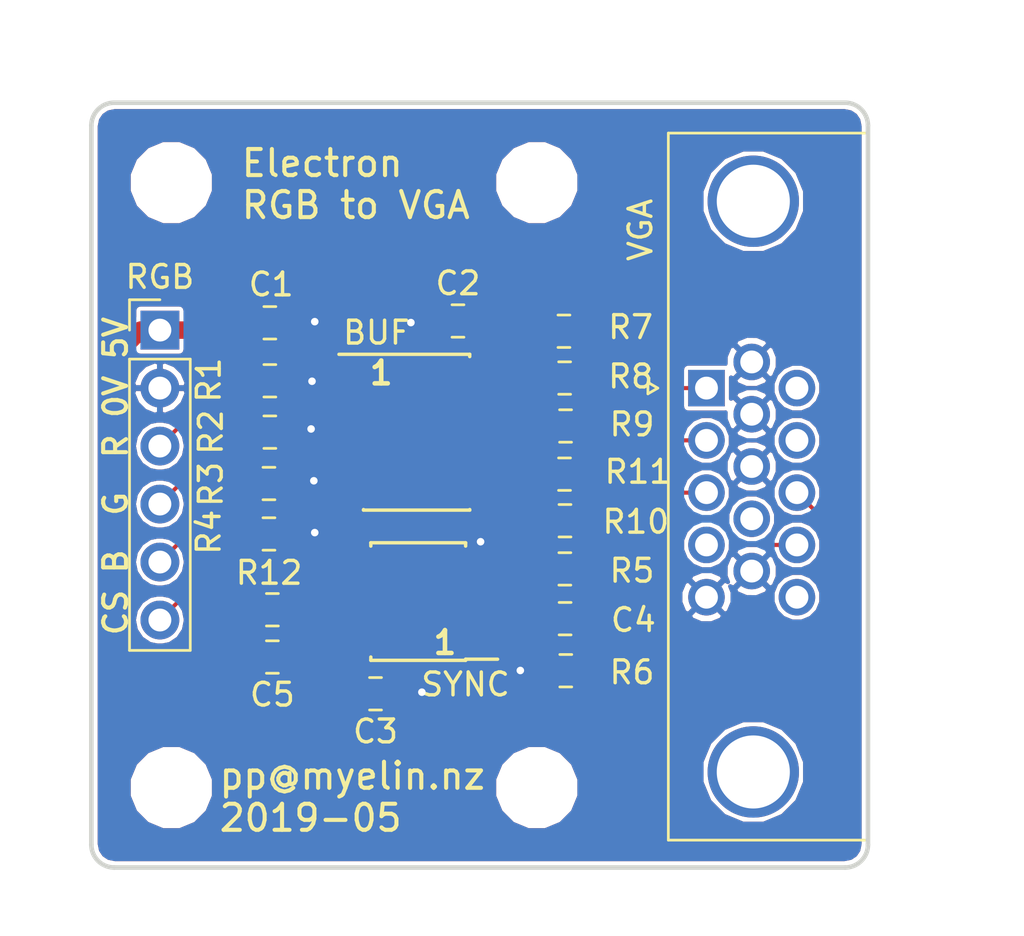
<source format=kicad_pcb>
(kicad_pcb (version 20171130) (host pcbnew "(5.0.1-3-g963ef8bb5)")

  (general
    (thickness 1.6)
    (drawings 13)
    (tracks 145)
    (zones 0)
    (modules 25)
    (nets 23)
  )

  (page A4)
  (layers
    (0 F.Cu signal)
    (31 B.Cu signal)
    (32 B.Adhes user)
    (33 F.Adhes user)
    (34 B.Paste user)
    (35 F.Paste user)
    (36 B.SilkS user)
    (37 F.SilkS user)
    (38 B.Mask user)
    (39 F.Mask user)
    (40 Dwgs.User user)
    (41 Cmts.User user)
    (42 Eco1.User user)
    (43 Eco2.User user)
    (44 Edge.Cuts user)
    (45 Margin user)
    (46 B.CrtYd user)
    (47 F.CrtYd user)
    (48 B.Fab user hide)
    (49 F.Fab user hide)
  )

  (setup
    (last_trace_width 0.508)
    (user_trace_width 0.254)
    (user_trace_width 0.508)
    (user_trace_width 0.762)
    (user_trace_width 1.016)
    (user_trace_width 1.27)
    (trace_clearance 0.1778)
    (zone_clearance 0.1778)
    (zone_45_only no)
    (trace_min 0.1778)
    (segment_width 0.2)
    (edge_width 0.2)
    (via_size 0.8128)
    (via_drill 0.3302)
    (via_min_size 0.8128)
    (via_min_drill 0.3302)
    (user_via 0.8128 0.3302)
    (user_via 1.016 0.635)
    (uvia_size 0.8128)
    (uvia_drill 0.3302)
    (uvias_allowed no)
    (uvia_min_size 0.8128)
    (uvia_min_drill 0.3302)
    (pcb_text_width 0.2)
    (pcb_text_size 1 1)
    (mod_edge_width 0.15)
    (mod_text_size 1 1)
    (mod_text_width 0.15)
    (pad_size 1.5 1.5)
    (pad_drill 0.6)
    (pad_to_mask_clearance 0)
    (solder_mask_min_width 0.25)
    (aux_axis_origin 0 0)
    (visible_elements FFFFFF7F)
    (pcbplotparams
      (layerselection 0x010fc_80000001)
      (usegerberextensions true)
      (usegerberattributes false)
      (usegerberadvancedattributes false)
      (creategerberjobfile false)
      (excludeedgelayer true)
      (linewidth 0.100000)
      (plotframeref false)
      (viasonmask false)
      (mode 1)
      (useauxorigin false)
      (hpglpennumber 1)
      (hpglpenspeed 20)
      (hpglpendiameter 15.000000)
      (psnegative false)
      (psa4output false)
      (plotreference true)
      (plotvalue true)
      (plotinvisibletext false)
      (padsonsilk false)
      (subtractmaskfromsilk false)
      (outputformat 1)
      (mirror false)
      (drillshape 0)
      (scaleselection 1)
      (outputdirectory "gerbers/"))
  )

  (net 0 "")
  (net 1 5V)
  (net 2 R_in)
  (net 3 G_in)
  (net 4 B_in)
  (net 5 CS_in)
  (net 6 HS)
  (net 7 VS)
  (net 8 GND)
  (net 9 VS_buf)
  (net 10 HS_buf)
  (net 11 CS_buf)
  (net 12 B_buf)
  (net 13 G_buf)
  (net 14 R_buf)
  (net 15 CS_coupled)
  (net 16 CS_divided)
  (net 17 RSET)
  (net 18 R_out)
  (net 19 G_out)
  (net 20 HS_out)
  (net 21 VS_out)
  (net 22 B_out)

  (net_class Default "This is the default net class."
    (clearance 0.1778)
    (trace_width 0.1778)
    (via_dia 0.8128)
    (via_drill 0.3302)
    (uvia_dia 0.8128)
    (uvia_drill 0.3302)
    (add_net 5V)
    (add_net B_buf)
    (add_net B_in)
    (add_net B_out)
    (add_net CS_buf)
    (add_net CS_coupled)
    (add_net CS_divided)
    (add_net CS_in)
    (add_net GND)
    (add_net G_buf)
    (add_net G_in)
    (add_net G_out)
    (add_net HS)
    (add_net HS_buf)
    (add_net HS_out)
    (add_net RSET)
    (add_net R_buf)
    (add_net R_in)
    (add_net R_out)
    (add_net VS)
    (add_net VS_buf)
    (add_net VS_out)
  )

  (module Connector_Dsub:DSUB-15-HD_Female_Horizontal_P2.29x1.98mm_EdgePinOffset3.03mm_Housed_MountingHolesOffset4.94mm (layer F.Cu) (tedit 59FEDEE2) (tstamp 5D1AA68E)
    (at 137.93 74 90)
    (descr "15-pin D-Sub connector, horizontal/angled (90 deg), THT-mount, female, pitch 2.29x1.98mm, pin-PCB-offset 3.0300000000000002mm, distance of mounting holes 25mm, distance of mounting holes to PCB edge 4.9399999999999995mm, see https://disti-assets.s3.amazonaws.com/tonar/files/datasheets/16730.pdf")
    (tags "15-pin D-Sub connector horizontal angled 90deg THT female pitch 2.29x1.98mm pin-PCB-offset 3.0300000000000002mm mounting-holes-distance 25mm mounting-hole-offset 25mm")
    (fp_text reference VGA (at 6.93 -2.89 90) (layer F.SilkS)
      (effects (font (size 1 1) (thickness 0.15)))
    )
    (fp_text value VGA (at -4.315 14.89 90) (layer F.Fab)
      (effects (font (size 1 1) (thickness 0.15)))
    )
    (fp_arc (start -16.815 2.05) (end -18.415 2.05) (angle 180) (layer F.Fab) (width 0.1))
    (fp_arc (start 8.185 2.05) (end 6.585 2.05) (angle 180) (layer F.Fab) (width 0.1))
    (fp_line (start -19.74 -1.61) (end -19.74 6.99) (layer F.Fab) (width 0.1))
    (fp_line (start -19.74 6.99) (end 11.11 6.99) (layer F.Fab) (width 0.1))
    (fp_line (start 11.11 6.99) (end 11.11 -1.61) (layer F.Fab) (width 0.1))
    (fp_line (start 11.11 -1.61) (end -19.74 -1.61) (layer F.Fab) (width 0.1))
    (fp_line (start -19.74 6.99) (end -19.74 7.39) (layer F.Fab) (width 0.1))
    (fp_line (start -19.74 7.39) (end 11.11 7.39) (layer F.Fab) (width 0.1))
    (fp_line (start 11.11 7.39) (end 11.11 6.99) (layer F.Fab) (width 0.1))
    (fp_line (start 11.11 6.99) (end -19.74 6.99) (layer F.Fab) (width 0.1))
    (fp_line (start -12.465 7.39) (end -12.465 13.39) (layer F.Fab) (width 0.1))
    (fp_line (start -12.465 13.39) (end 3.835 13.39) (layer F.Fab) (width 0.1))
    (fp_line (start 3.835 13.39) (end 3.835 7.39) (layer F.Fab) (width 0.1))
    (fp_line (start 3.835 7.39) (end -12.465 7.39) (layer F.Fab) (width 0.1))
    (fp_line (start -19.315 7.39) (end -19.315 12.39) (layer F.Fab) (width 0.1))
    (fp_line (start -19.315 12.39) (end -14.315 12.39) (layer F.Fab) (width 0.1))
    (fp_line (start -14.315 12.39) (end -14.315 7.39) (layer F.Fab) (width 0.1))
    (fp_line (start -14.315 7.39) (end -19.315 7.39) (layer F.Fab) (width 0.1))
    (fp_line (start 5.685 7.39) (end 5.685 12.39) (layer F.Fab) (width 0.1))
    (fp_line (start 5.685 12.39) (end 10.685 12.39) (layer F.Fab) (width 0.1))
    (fp_line (start 10.685 12.39) (end 10.685 7.39) (layer F.Fab) (width 0.1))
    (fp_line (start 10.685 7.39) (end 5.685 7.39) (layer F.Fab) (width 0.1))
    (fp_line (start -18.415 6.99) (end -18.415 2.05) (layer F.Fab) (width 0.1))
    (fp_line (start -15.215 6.99) (end -15.215 2.05) (layer F.Fab) (width 0.1))
    (fp_line (start 6.585 6.99) (end 6.585 2.05) (layer F.Fab) (width 0.1))
    (fp_line (start 9.785 6.99) (end 9.785 2.05) (layer F.Fab) (width 0.1))
    (fp_line (start -19.8 6.93) (end -19.8 -1.67) (layer F.SilkS) (width 0.12))
    (fp_line (start -19.8 -1.67) (end 11.17 -1.67) (layer F.SilkS) (width 0.12))
    (fp_line (start 11.17 -1.67) (end 11.17 6.93) (layer F.SilkS) (width 0.12))
    (fp_line (start -0.25 -2.564338) (end 0.25 -2.564338) (layer F.SilkS) (width 0.12))
    (fp_line (start 0.25 -2.564338) (end 0 -2.131325) (layer F.SilkS) (width 0.12))
    (fp_line (start 0 -2.131325) (end -0.25 -2.564338) (layer F.SilkS) (width 0.12))
    (fp_line (start -20.25 -2.15) (end -20.25 13.9) (layer F.CrtYd) (width 0.05))
    (fp_line (start -20.25 13.9) (end 11.65 13.9) (layer F.CrtYd) (width 0.05))
    (fp_line (start 11.65 13.9) (end 11.65 -2.15) (layer F.CrtYd) (width 0.05))
    (fp_line (start 11.65 -2.15) (end -20.25 -2.15) (layer F.CrtYd) (width 0.05))
    (fp_text user %R (at -4.315 10.39 90) (layer F.Fab)
      (effects (font (size 1 1) (thickness 0.15)))
    )
    (pad 1 thru_hole rect (at 0 0 90) (size 1.6 1.6) (drill 1) (layers *.Cu *.Mask)
      (net 18 R_out))
    (pad 2 thru_hole circle (at -2.29 0 90) (size 1.6 1.6) (drill 1) (layers *.Cu *.Mask)
      (net 19 G_out))
    (pad 3 thru_hole circle (at -4.58 0 90) (size 1.6 1.6) (drill 1) (layers *.Cu *.Mask)
      (net 22 B_out))
    (pad 4 thru_hole circle (at -6.87 0 90) (size 1.6 1.6) (drill 1) (layers *.Cu *.Mask))
    (pad 5 thru_hole circle (at -9.16 0 90) (size 1.6 1.6) (drill 1) (layers *.Cu *.Mask)
      (net 8 GND))
    (pad 6 thru_hole circle (at 1.145 1.98 90) (size 1.6 1.6) (drill 1) (layers *.Cu *.Mask)
      (net 8 GND))
    (pad 7 thru_hole circle (at -1.145 1.98 90) (size 1.6 1.6) (drill 1) (layers *.Cu *.Mask)
      (net 8 GND))
    (pad 8 thru_hole circle (at -3.435 1.98 90) (size 1.6 1.6) (drill 1) (layers *.Cu *.Mask)
      (net 8 GND))
    (pad 9 thru_hole circle (at -5.725 1.98 90) (size 1.6 1.6) (drill 1) (layers *.Cu *.Mask))
    (pad 10 thru_hole circle (at -8.015 1.98 90) (size 1.6 1.6) (drill 1) (layers *.Cu *.Mask)
      (net 8 GND))
    (pad 11 thru_hole circle (at 0 3.96 90) (size 1.6 1.6) (drill 1) (layers *.Cu *.Mask))
    (pad 12 thru_hole circle (at -2.29 3.96 90) (size 1.6 1.6) (drill 1) (layers *.Cu *.Mask))
    (pad 13 thru_hole circle (at -4.58 3.96 90) (size 1.6 1.6) (drill 1) (layers *.Cu *.Mask)
      (net 20 HS_out))
    (pad 14 thru_hole circle (at -6.87 3.96 90) (size 1.6 1.6) (drill 1) (layers *.Cu *.Mask)
      (net 21 VS_out))
    (pad 15 thru_hole circle (at -9.16 3.96 90) (size 1.6 1.6) (drill 1) (layers *.Cu *.Mask))
    (pad 0 thru_hole circle (at -16.815 2.05 90) (size 4 4) (drill 3.2) (layers *.Cu *.Mask))
    (pad 0 thru_hole circle (at 8.185 2.05 90) (size 4 4) (drill 3.2) (layers *.Cu *.Mask))
    (model ${KISYS3DMOD}/Connector_Dsub.3dshapes/DSUB-15-HD_Female_Horizontal_P2.29x1.98mm_EdgePinOffset3.03mm_Housed_MountingHolesOffset4.94mm.wrl
      (at (xyz 0 0 0))
      (scale (xyz 1 1 1))
      (rotate (xyz 0 0 0))
    )
  )

  (module Package_SO:SSOP-20_4.4x6.5mm_P0.65mm (layer F.Cu) (tedit 5A02F25C) (tstamp 5CDF90A6)
    (at 125.24 75.97)
    (descr "SSOP20: plastic shrink small outline package; 20 leads; body width 4.4 mm; (see NXP SSOP-TSSOP-VSO-REFLOW.pdf and sot266-1_po.pdf)")
    (tags "SSOP 0.65")
    (attr smd)
    (fp_text reference BUF (at -1.76 -4.4) (layer F.SilkS)
      (effects (font (size 1 1) (thickness 0.15)))
    )
    (fp_text value 74HCT245PW (at 0 4.3) (layer F.Fab)
      (effects (font (size 1 1) (thickness 0.15)))
    )
    (fp_line (start -1.2 -3.25) (end 2.2 -3.25) (layer F.Fab) (width 0.15))
    (fp_line (start 2.2 -3.25) (end 2.2 3.25) (layer F.Fab) (width 0.15))
    (fp_line (start 2.2 3.25) (end -2.2 3.25) (layer F.Fab) (width 0.15))
    (fp_line (start -2.2 3.25) (end -2.2 -2.25) (layer F.Fab) (width 0.15))
    (fp_line (start -2.2 -2.25) (end -1.2 -3.25) (layer F.Fab) (width 0.15))
    (fp_line (start -3.65 -3.55) (end -3.65 3.55) (layer F.CrtYd) (width 0.05))
    (fp_line (start 3.65 -3.55) (end 3.65 3.55) (layer F.CrtYd) (width 0.05))
    (fp_line (start -3.65 -3.55) (end 3.65 -3.55) (layer F.CrtYd) (width 0.05))
    (fp_line (start -3.65 3.55) (end 3.65 3.55) (layer F.CrtYd) (width 0.05))
    (fp_line (start 2.325 -3.45) (end 2.325 -3.35) (layer F.SilkS) (width 0.15))
    (fp_line (start 2.325 3.375) (end 2.325 3.35) (layer F.SilkS) (width 0.15))
    (fp_line (start -2.325 3.375) (end -2.325 3.35) (layer F.SilkS) (width 0.15))
    (fp_line (start -3.4 -3.45) (end 2.325 -3.45) (layer F.SilkS) (width 0.15))
    (fp_line (start -2.325 3.375) (end 2.325 3.375) (layer F.SilkS) (width 0.15))
    (fp_text user %R (at 0 0) (layer F.Fab)
      (effects (font (size 0.8 0.8) (thickness 0.15)))
    )
    (pad 1 smd rect (at -2.9 -2.925) (size 1 0.4) (layers F.Cu F.Paste F.Mask)
      (net 1 5V))
    (pad 2 smd rect (at -2.9 -2.275) (size 1 0.4) (layers F.Cu F.Paste F.Mask)
      (net 2 R_in))
    (pad 3 smd rect (at -2.9 -1.625) (size 1 0.4) (layers F.Cu F.Paste F.Mask)
      (net 3 G_in))
    (pad 4 smd rect (at -2.9 -0.975) (size 1 0.4) (layers F.Cu F.Paste F.Mask)
      (net 4 B_in))
    (pad 5 smd rect (at -2.9 -0.325) (size 1 0.4) (layers F.Cu F.Paste F.Mask)
      (net 8 GND))
    (pad 6 smd rect (at -2.9 0.325) (size 1 0.4) (layers F.Cu F.Paste F.Mask)
      (net 7 VS))
    (pad 7 smd rect (at -2.9 0.975) (size 1 0.4) (layers F.Cu F.Paste F.Mask)
      (net 6 HS))
    (pad 8 smd rect (at -2.9 1.625) (size 1 0.4) (layers F.Cu F.Paste F.Mask)
      (net 8 GND))
    (pad 9 smd rect (at -2.9 2.275) (size 1 0.4) (layers F.Cu F.Paste F.Mask)
      (net 5 CS_in))
    (pad 10 smd rect (at -2.9 2.925) (size 1 0.4) (layers F.Cu F.Paste F.Mask)
      (net 8 GND))
    (pad 11 smd rect (at 2.9 2.925) (size 1 0.4) (layers F.Cu F.Paste F.Mask)
      (net 11 CS_buf))
    (pad 12 smd rect (at 2.9 2.275) (size 1 0.4) (layers F.Cu F.Paste F.Mask))
    (pad 13 smd rect (at 2.9 1.625) (size 1 0.4) (layers F.Cu F.Paste F.Mask)
      (net 10 HS_buf))
    (pad 14 smd rect (at 2.9 0.975) (size 1 0.4) (layers F.Cu F.Paste F.Mask)
      (net 9 VS_buf))
    (pad 15 smd rect (at 2.9 0.325) (size 1 0.4) (layers F.Cu F.Paste F.Mask))
    (pad 16 smd rect (at 2.9 -0.325) (size 1 0.4) (layers F.Cu F.Paste F.Mask)
      (net 12 B_buf))
    (pad 17 smd rect (at 2.9 -0.975) (size 1 0.4) (layers F.Cu F.Paste F.Mask)
      (net 13 G_buf))
    (pad 18 smd rect (at 2.9 -1.625) (size 1 0.4) (layers F.Cu F.Paste F.Mask)
      (net 14 R_buf))
    (pad 19 smd rect (at 2.9 -2.275) (size 1 0.4) (layers F.Cu F.Paste F.Mask)
      (net 8 GND))
    (pad 20 smd rect (at 2.9 -2.925) (size 1 0.4) (layers F.Cu F.Paste F.Mask)
      (net 1 5V))
    (model ${KISYS3DMOD}/Package_SO.3dshapes/SSOP-20_4.4x6.5mm_P0.65mm.wrl
      (at (xyz 0 0 0))
      (scale (xyz 1 1 1))
      (rotate (xyz 0 0 0))
    )
  )

  (module Capacitor_SMD:C_0805_2012Metric_Pad1.15x1.40mm_HandSolder (layer F.Cu) (tedit 5B36C52B) (tstamp 5CF73BBB)
    (at 118.815 71.14 180)
    (descr "Capacitor SMD 0805 (2012 Metric), square (rectangular) end terminal, IPC_7351 nominal with elongated pad for handsoldering. (Body size source: https://docs.google.com/spreadsheets/d/1BsfQQcO9C6DZCsRaXUlFlo91Tg2WpOkGARC1WS5S8t0/edit?usp=sharing), generated with kicad-footprint-generator")
    (tags "capacitor handsolder")
    (attr smd)
    (fp_text reference C1 (at -0.055 1.68 180) (layer F.SilkS)
      (effects (font (size 1 1) (thickness 0.15)))
    )
    (fp_text value 10u (at 0 1.65 180) (layer F.Fab)
      (effects (font (size 1 1) (thickness 0.15)))
    )
    (fp_line (start -1 0.6) (end -1 -0.6) (layer F.Fab) (width 0.1))
    (fp_line (start -1 -0.6) (end 1 -0.6) (layer F.Fab) (width 0.1))
    (fp_line (start 1 -0.6) (end 1 0.6) (layer F.Fab) (width 0.1))
    (fp_line (start 1 0.6) (end -1 0.6) (layer F.Fab) (width 0.1))
    (fp_line (start -0.261252 -0.71) (end 0.261252 -0.71) (layer F.SilkS) (width 0.12))
    (fp_line (start -0.261252 0.71) (end 0.261252 0.71) (layer F.SilkS) (width 0.12))
    (fp_line (start -1.85 0.95) (end -1.85 -0.95) (layer F.CrtYd) (width 0.05))
    (fp_line (start -1.85 -0.95) (end 1.85 -0.95) (layer F.CrtYd) (width 0.05))
    (fp_line (start 1.85 -0.95) (end 1.85 0.95) (layer F.CrtYd) (width 0.05))
    (fp_line (start 1.85 0.95) (end -1.85 0.95) (layer F.CrtYd) (width 0.05))
    (fp_text user %R (at 0 0 180) (layer F.Fab)
      (effects (font (size 0.5 0.5) (thickness 0.08)))
    )
    (pad 1 smd roundrect (at -1.025 0 180) (size 1.15 1.4) (layers F.Cu F.Paste F.Mask) (roundrect_rratio 0.217391)
      (net 8 GND))
    (pad 2 smd roundrect (at 1.025 0 180) (size 1.15 1.4) (layers F.Cu F.Paste F.Mask) (roundrect_rratio 0.217391)
      (net 1 5V))
    (model ${KISYS3DMOD}/Capacitor_SMD.3dshapes/C_0805_2012Metric.wrl
      (at (xyz 0 0 0))
      (scale (xyz 1 1 1))
      (rotate (xyz 0 0 0))
    )
  )

  (module Capacitor_SMD:C_0805_2012Metric_Pad1.15x1.40mm_HandSolder (layer F.Cu) (tedit 5B36C52B) (tstamp 5CDF90C8)
    (at 127.05 71.06)
    (descr "Capacitor SMD 0805 (2012 Metric), square (rectangular) end terminal, IPC_7351 nominal with elongated pad for handsoldering. (Body size source: https://docs.google.com/spreadsheets/d/1BsfQQcO9C6DZCsRaXUlFlo91Tg2WpOkGARC1WS5S8t0/edit?usp=sharing), generated with kicad-footprint-generator")
    (tags "capacitor handsolder")
    (attr smd)
    (fp_text reference C2 (at 0 -1.65) (layer F.SilkS)
      (effects (font (size 1 1) (thickness 0.15)))
    )
    (fp_text value 100n (at 0 1.65) (layer F.Fab)
      (effects (font (size 1 1) (thickness 0.15)))
    )
    (fp_text user %R (at 0 0) (layer F.Fab)
      (effects (font (size 0.5 0.5) (thickness 0.08)))
    )
    (fp_line (start 1.85 0.95) (end -1.85 0.95) (layer F.CrtYd) (width 0.05))
    (fp_line (start 1.85 -0.95) (end 1.85 0.95) (layer F.CrtYd) (width 0.05))
    (fp_line (start -1.85 -0.95) (end 1.85 -0.95) (layer F.CrtYd) (width 0.05))
    (fp_line (start -1.85 0.95) (end -1.85 -0.95) (layer F.CrtYd) (width 0.05))
    (fp_line (start -0.261252 0.71) (end 0.261252 0.71) (layer F.SilkS) (width 0.12))
    (fp_line (start -0.261252 -0.71) (end 0.261252 -0.71) (layer F.SilkS) (width 0.12))
    (fp_line (start 1 0.6) (end -1 0.6) (layer F.Fab) (width 0.1))
    (fp_line (start 1 -0.6) (end 1 0.6) (layer F.Fab) (width 0.1))
    (fp_line (start -1 -0.6) (end 1 -0.6) (layer F.Fab) (width 0.1))
    (fp_line (start -1 0.6) (end -1 -0.6) (layer F.Fab) (width 0.1))
    (pad 2 smd roundrect (at 1.025 0) (size 1.15 1.4) (layers F.Cu F.Paste F.Mask) (roundrect_rratio 0.217391)
      (net 1 5V))
    (pad 1 smd roundrect (at -1.025 0) (size 1.15 1.4) (layers F.Cu F.Paste F.Mask) (roundrect_rratio 0.217391)
      (net 8 GND))
    (model ${KISYS3DMOD}/Capacitor_SMD.3dshapes/C_0805_2012Metric.wrl
      (at (xyz 0 0 0))
      (scale (xyz 1 1 1))
      (rotate (xyz 0 0 0))
    )
  )

  (module Capacitor_SMD:C_0805_2012Metric_Pad1.15x1.40mm_HandSolder (layer F.Cu) (tedit 5B36C52B) (tstamp 5CDF90D9)
    (at 123.44 87.39 180)
    (descr "Capacitor SMD 0805 (2012 Metric), square (rectangular) end terminal, IPC_7351 nominal with elongated pad for handsoldering. (Body size source: https://docs.google.com/spreadsheets/d/1BsfQQcO9C6DZCsRaXUlFlo91Tg2WpOkGARC1WS5S8t0/edit?usp=sharing), generated with kicad-footprint-generator")
    (tags "capacitor handsolder")
    (attr smd)
    (fp_text reference C3 (at 0 -1.65 180) (layer F.SilkS)
      (effects (font (size 1 1) (thickness 0.15)))
    )
    (fp_text value 100n (at 0 1.65 180) (layer F.Fab)
      (effects (font (size 1 1) (thickness 0.15)))
    )
    (fp_line (start -1 0.6) (end -1 -0.6) (layer F.Fab) (width 0.1))
    (fp_line (start -1 -0.6) (end 1 -0.6) (layer F.Fab) (width 0.1))
    (fp_line (start 1 -0.6) (end 1 0.6) (layer F.Fab) (width 0.1))
    (fp_line (start 1 0.6) (end -1 0.6) (layer F.Fab) (width 0.1))
    (fp_line (start -0.261252 -0.71) (end 0.261252 -0.71) (layer F.SilkS) (width 0.12))
    (fp_line (start -0.261252 0.71) (end 0.261252 0.71) (layer F.SilkS) (width 0.12))
    (fp_line (start -1.85 0.95) (end -1.85 -0.95) (layer F.CrtYd) (width 0.05))
    (fp_line (start -1.85 -0.95) (end 1.85 -0.95) (layer F.CrtYd) (width 0.05))
    (fp_line (start 1.85 -0.95) (end 1.85 0.95) (layer F.CrtYd) (width 0.05))
    (fp_line (start 1.85 0.95) (end -1.85 0.95) (layer F.CrtYd) (width 0.05))
    (fp_text user %R (at 0 0 180) (layer F.Fab)
      (effects (font (size 0.5 0.5) (thickness 0.08)))
    )
    (pad 1 smd roundrect (at -1.025 0 180) (size 1.15 1.4) (layers F.Cu F.Paste F.Mask) (roundrect_rratio 0.217391)
      (net 8 GND))
    (pad 2 smd roundrect (at 1.025 0 180) (size 1.15 1.4) (layers F.Cu F.Paste F.Mask) (roundrect_rratio 0.217391)
      (net 1 5V))
    (model ${KISYS3DMOD}/Capacitor_SMD.3dshapes/C_0805_2012Metric.wrl
      (at (xyz 0 0 0))
      (scale (xyz 1 1 1))
      (rotate (xyz 0 0 0))
    )
  )

  (module Capacitor_SMD:C_0805_2012Metric_Pad1.15x1.40mm_HandSolder (layer F.Cu) (tedit 5B36C52B) (tstamp 5CDF90EA)
    (at 131.74 84.1 180)
    (descr "Capacitor SMD 0805 (2012 Metric), square (rectangular) end terminal, IPC_7351 nominal with elongated pad for handsoldering. (Body size source: https://docs.google.com/spreadsheets/d/1BsfQQcO9C6DZCsRaXUlFlo91Tg2WpOkGARC1WS5S8t0/edit?usp=sharing), generated with kicad-footprint-generator")
    (tags "capacitor handsolder")
    (attr smd)
    (fp_text reference C4 (at -2.99 -0.06 180) (layer F.SilkS)
      (effects (font (size 1 1) (thickness 0.15)))
    )
    (fp_text value 100n (at 0 1.65 180) (layer F.Fab)
      (effects (font (size 1 1) (thickness 0.15)))
    )
    (fp_text user %R (at 0 0 180) (layer F.Fab)
      (effects (font (size 0.5 0.5) (thickness 0.08)))
    )
    (fp_line (start 1.85 0.95) (end -1.85 0.95) (layer F.CrtYd) (width 0.05))
    (fp_line (start 1.85 -0.95) (end 1.85 0.95) (layer F.CrtYd) (width 0.05))
    (fp_line (start -1.85 -0.95) (end 1.85 -0.95) (layer F.CrtYd) (width 0.05))
    (fp_line (start -1.85 0.95) (end -1.85 -0.95) (layer F.CrtYd) (width 0.05))
    (fp_line (start -0.261252 0.71) (end 0.261252 0.71) (layer F.SilkS) (width 0.12))
    (fp_line (start -0.261252 -0.71) (end 0.261252 -0.71) (layer F.SilkS) (width 0.12))
    (fp_line (start 1 0.6) (end -1 0.6) (layer F.Fab) (width 0.1))
    (fp_line (start 1 -0.6) (end 1 0.6) (layer F.Fab) (width 0.1))
    (fp_line (start -1 -0.6) (end 1 -0.6) (layer F.Fab) (width 0.1))
    (fp_line (start -1 0.6) (end -1 -0.6) (layer F.Fab) (width 0.1))
    (pad 2 smd roundrect (at 1.025 0 180) (size 1.15 1.4) (layers F.Cu F.Paste F.Mask) (roundrect_rratio 0.217391)
      (net 15 CS_coupled))
    (pad 1 smd roundrect (at -1.025 0 180) (size 1.15 1.4) (layers F.Cu F.Paste F.Mask) (roundrect_rratio 0.217391)
      (net 16 CS_divided))
    (model ${KISYS3DMOD}/Capacitor_SMD.3dshapes/C_0805_2012Metric.wrl
      (at (xyz 0 0 0))
      (scale (xyz 1 1 1))
      (rotate (xyz 0 0 0))
    )
  )

  (module Capacitor_SMD:C_0805_2012Metric_Pad1.15x1.40mm_HandSolder (layer F.Cu) (tedit 5B36C52B) (tstamp 5CDF90FB)
    (at 118.925 85.78 180)
    (descr "Capacitor SMD 0805 (2012 Metric), square (rectangular) end terminal, IPC_7351 nominal with elongated pad for handsoldering. (Body size source: https://docs.google.com/spreadsheets/d/1BsfQQcO9C6DZCsRaXUlFlo91Tg2WpOkGARC1WS5S8t0/edit?usp=sharing), generated with kicad-footprint-generator")
    (tags "capacitor handsolder")
    (attr smd)
    (fp_text reference C5 (at 0 -1.65 180) (layer F.SilkS)
      (effects (font (size 1 1) (thickness 0.15)))
    )
    (fp_text value 100n (at 0 1.65 180) (layer F.Fab)
      (effects (font (size 1 1) (thickness 0.15)))
    )
    (fp_line (start -1 0.6) (end -1 -0.6) (layer F.Fab) (width 0.1))
    (fp_line (start -1 -0.6) (end 1 -0.6) (layer F.Fab) (width 0.1))
    (fp_line (start 1 -0.6) (end 1 0.6) (layer F.Fab) (width 0.1))
    (fp_line (start 1 0.6) (end -1 0.6) (layer F.Fab) (width 0.1))
    (fp_line (start -0.261252 -0.71) (end 0.261252 -0.71) (layer F.SilkS) (width 0.12))
    (fp_line (start -0.261252 0.71) (end 0.261252 0.71) (layer F.SilkS) (width 0.12))
    (fp_line (start -1.85 0.95) (end -1.85 -0.95) (layer F.CrtYd) (width 0.05))
    (fp_line (start -1.85 -0.95) (end 1.85 -0.95) (layer F.CrtYd) (width 0.05))
    (fp_line (start 1.85 -0.95) (end 1.85 0.95) (layer F.CrtYd) (width 0.05))
    (fp_line (start 1.85 0.95) (end -1.85 0.95) (layer F.CrtYd) (width 0.05))
    (fp_text user %R (at 0 0 180) (layer F.Fab)
      (effects (font (size 0.5 0.5) (thickness 0.08)))
    )
    (pad 1 smd roundrect (at -1.025 0 180) (size 1.15 1.4) (layers F.Cu F.Paste F.Mask) (roundrect_rratio 0.217391)
      (net 17 RSET))
    (pad 2 smd roundrect (at 1.025 0 180) (size 1.15 1.4) (layers F.Cu F.Paste F.Mask) (roundrect_rratio 0.217391)
      (net 8 GND))
    (model ${KISYS3DMOD}/Capacitor_SMD.3dshapes/C_0805_2012Metric.wrl
      (at (xyz 0 0 0))
      (scale (xyz 1 1 1))
      (rotate (xyz 0 0 0))
    )
  )

  (module Resistor_SMD:R_0805_2012Metric_Pad1.15x1.40mm_HandSolder (layer F.Cu) (tedit 5B36C52B) (tstamp 5CDF910C)
    (at 118.815 73.68)
    (descr "Resistor SMD 0805 (2012 Metric), square (rectangular) end terminal, IPC_7351 nominal with elongated pad for handsoldering. (Body size source: https://docs.google.com/spreadsheets/d/1BsfQQcO9C6DZCsRaXUlFlo91Tg2WpOkGARC1WS5S8t0/edit?usp=sharing), generated with kicad-footprint-generator")
    (tags "resistor handsolder")
    (attr smd)
    (fp_text reference R1 (at -2.675 -0.03 90) (layer F.SilkS)
      (effects (font (size 1 1) (thickness 0.15)))
    )
    (fp_text value "10k NF" (at 0 1.65) (layer F.Fab)
      (effects (font (size 1 1) (thickness 0.15)))
    )
    (fp_line (start -1 0.6) (end -1 -0.6) (layer F.Fab) (width 0.1))
    (fp_line (start -1 -0.6) (end 1 -0.6) (layer F.Fab) (width 0.1))
    (fp_line (start 1 -0.6) (end 1 0.6) (layer F.Fab) (width 0.1))
    (fp_line (start 1 0.6) (end -1 0.6) (layer F.Fab) (width 0.1))
    (fp_line (start -0.261252 -0.71) (end 0.261252 -0.71) (layer F.SilkS) (width 0.12))
    (fp_line (start -0.261252 0.71) (end 0.261252 0.71) (layer F.SilkS) (width 0.12))
    (fp_line (start -1.85 0.95) (end -1.85 -0.95) (layer F.CrtYd) (width 0.05))
    (fp_line (start -1.85 -0.95) (end 1.85 -0.95) (layer F.CrtYd) (width 0.05))
    (fp_line (start 1.85 -0.95) (end 1.85 0.95) (layer F.CrtYd) (width 0.05))
    (fp_line (start 1.85 0.95) (end -1.85 0.95) (layer F.CrtYd) (width 0.05))
    (fp_text user %R (at 0 0) (layer F.Fab)
      (effects (font (size 0.5 0.5) (thickness 0.08)))
    )
    (pad 1 smd roundrect (at -1.025 0) (size 1.15 1.4) (layers F.Cu F.Paste F.Mask) (roundrect_rratio 0.217391)
      (net 2 R_in))
    (pad 2 smd roundrect (at 1.025 0) (size 1.15 1.4) (layers F.Cu F.Paste F.Mask) (roundrect_rratio 0.217391)
      (net 8 GND))
    (model ${KISYS3DMOD}/Resistor_SMD.3dshapes/R_0805_2012Metric.wrl
      (at (xyz 0 0 0))
      (scale (xyz 1 1 1))
      (rotate (xyz 0 0 0))
    )
  )

  (module Resistor_SMD:R_0805_2012Metric_Pad1.15x1.40mm_HandSolder (layer F.Cu) (tedit 5B36C52B) (tstamp 5CDF911D)
    (at 118.815 75.93)
    (descr "Resistor SMD 0805 (2012 Metric), square (rectangular) end terminal, IPC_7351 nominal with elongated pad for handsoldering. (Body size source: https://docs.google.com/spreadsheets/d/1BsfQQcO9C6DZCsRaXUlFlo91Tg2WpOkGARC1WS5S8t0/edit?usp=sharing), generated with kicad-footprint-generator")
    (tags "resistor handsolder")
    (attr smd)
    (fp_text reference R2 (at -2.585 0 90) (layer F.SilkS)
      (effects (font (size 1 1) (thickness 0.15)))
    )
    (fp_text value "10k NF" (at 0 1.65) (layer F.Fab)
      (effects (font (size 1 1) (thickness 0.15)))
    )
    (fp_line (start -1 0.6) (end -1 -0.6) (layer F.Fab) (width 0.1))
    (fp_line (start -1 -0.6) (end 1 -0.6) (layer F.Fab) (width 0.1))
    (fp_line (start 1 -0.6) (end 1 0.6) (layer F.Fab) (width 0.1))
    (fp_line (start 1 0.6) (end -1 0.6) (layer F.Fab) (width 0.1))
    (fp_line (start -0.261252 -0.71) (end 0.261252 -0.71) (layer F.SilkS) (width 0.12))
    (fp_line (start -0.261252 0.71) (end 0.261252 0.71) (layer F.SilkS) (width 0.12))
    (fp_line (start -1.85 0.95) (end -1.85 -0.95) (layer F.CrtYd) (width 0.05))
    (fp_line (start -1.85 -0.95) (end 1.85 -0.95) (layer F.CrtYd) (width 0.05))
    (fp_line (start 1.85 -0.95) (end 1.85 0.95) (layer F.CrtYd) (width 0.05))
    (fp_line (start 1.85 0.95) (end -1.85 0.95) (layer F.CrtYd) (width 0.05))
    (fp_text user %R (at 0 0) (layer F.Fab)
      (effects (font (size 0.5 0.5) (thickness 0.08)))
    )
    (pad 1 smd roundrect (at -1.025 0) (size 1.15 1.4) (layers F.Cu F.Paste F.Mask) (roundrect_rratio 0.217391)
      (net 3 G_in))
    (pad 2 smd roundrect (at 1.025 0) (size 1.15 1.4) (layers F.Cu F.Paste F.Mask) (roundrect_rratio 0.217391)
      (net 8 GND))
    (model ${KISYS3DMOD}/Resistor_SMD.3dshapes/R_0805_2012Metric.wrl
      (at (xyz 0 0 0))
      (scale (xyz 1 1 1))
      (rotate (xyz 0 0 0))
    )
  )

  (module Resistor_SMD:R_0805_2012Metric_Pad1.15x1.40mm_HandSolder (layer F.Cu) (tedit 5B36C52B) (tstamp 5CDF912E)
    (at 118.775 78.18)
    (descr "Resistor SMD 0805 (2012 Metric), square (rectangular) end terminal, IPC_7351 nominal with elongated pad for handsoldering. (Body size source: https://docs.google.com/spreadsheets/d/1BsfQQcO9C6DZCsRaXUlFlo91Tg2WpOkGARC1WS5S8t0/edit?usp=sharing), generated with kicad-footprint-generator")
    (tags "resistor handsolder")
    (attr smd)
    (fp_text reference R3 (at -2.54714 0.03422 90) (layer F.SilkS)
      (effects (font (size 1 1) (thickness 0.15)))
    )
    (fp_text value "10k NF" (at 0 1.65) (layer F.Fab)
      (effects (font (size 1 1) (thickness 0.15)))
    )
    (fp_text user %R (at 0 0) (layer F.Fab)
      (effects (font (size 0.5 0.5) (thickness 0.08)))
    )
    (fp_line (start 1.85 0.95) (end -1.85 0.95) (layer F.CrtYd) (width 0.05))
    (fp_line (start 1.85 -0.95) (end 1.85 0.95) (layer F.CrtYd) (width 0.05))
    (fp_line (start -1.85 -0.95) (end 1.85 -0.95) (layer F.CrtYd) (width 0.05))
    (fp_line (start -1.85 0.95) (end -1.85 -0.95) (layer F.CrtYd) (width 0.05))
    (fp_line (start -0.261252 0.71) (end 0.261252 0.71) (layer F.SilkS) (width 0.12))
    (fp_line (start -0.261252 -0.71) (end 0.261252 -0.71) (layer F.SilkS) (width 0.12))
    (fp_line (start 1 0.6) (end -1 0.6) (layer F.Fab) (width 0.1))
    (fp_line (start 1 -0.6) (end 1 0.6) (layer F.Fab) (width 0.1))
    (fp_line (start -1 -0.6) (end 1 -0.6) (layer F.Fab) (width 0.1))
    (fp_line (start -1 0.6) (end -1 -0.6) (layer F.Fab) (width 0.1))
    (pad 2 smd roundrect (at 1.025 0) (size 1.15 1.4) (layers F.Cu F.Paste F.Mask) (roundrect_rratio 0.217391)
      (net 8 GND))
    (pad 1 smd roundrect (at -1.025 0) (size 1.15 1.4) (layers F.Cu F.Paste F.Mask) (roundrect_rratio 0.217391)
      (net 4 B_in))
    (model ${KISYS3DMOD}/Resistor_SMD.3dshapes/R_0805_2012Metric.wrl
      (at (xyz 0 0 0))
      (scale (xyz 1 1 1))
      (rotate (xyz 0 0 0))
    )
  )

  (module Resistor_SMD:R_0805_2012Metric_Pad1.15x1.40mm_HandSolder (layer F.Cu) (tedit 5B36C52B) (tstamp 5CDF913F)
    (at 118.775 80.39)
    (descr "Resistor SMD 0805 (2012 Metric), square (rectangular) end terminal, IPC_7351 nominal with elongated pad for handsoldering. (Body size source: https://docs.google.com/spreadsheets/d/1BsfQQcO9C6DZCsRaXUlFlo91Tg2WpOkGARC1WS5S8t0/edit?usp=sharing), generated with kicad-footprint-generator")
    (tags "resistor handsolder")
    (attr smd)
    (fp_text reference R4 (at -2.63858 -0.07774 90) (layer F.SilkS)
      (effects (font (size 1 1) (thickness 0.15)))
    )
    (fp_text value "10k NF" (at 0 1.65) (layer F.Fab)
      (effects (font (size 1 1) (thickness 0.15)))
    )
    (fp_line (start -1 0.6) (end -1 -0.6) (layer F.Fab) (width 0.1))
    (fp_line (start -1 -0.6) (end 1 -0.6) (layer F.Fab) (width 0.1))
    (fp_line (start 1 -0.6) (end 1 0.6) (layer F.Fab) (width 0.1))
    (fp_line (start 1 0.6) (end -1 0.6) (layer F.Fab) (width 0.1))
    (fp_line (start -0.261252 -0.71) (end 0.261252 -0.71) (layer F.SilkS) (width 0.12))
    (fp_line (start -0.261252 0.71) (end 0.261252 0.71) (layer F.SilkS) (width 0.12))
    (fp_line (start -1.85 0.95) (end -1.85 -0.95) (layer F.CrtYd) (width 0.05))
    (fp_line (start -1.85 -0.95) (end 1.85 -0.95) (layer F.CrtYd) (width 0.05))
    (fp_line (start 1.85 -0.95) (end 1.85 0.95) (layer F.CrtYd) (width 0.05))
    (fp_line (start 1.85 0.95) (end -1.85 0.95) (layer F.CrtYd) (width 0.05))
    (fp_text user %R (at 0 0) (layer F.Fab)
      (effects (font (size 0.5 0.5) (thickness 0.08)))
    )
    (pad 1 smd roundrect (at -1.025 0) (size 1.15 1.4) (layers F.Cu F.Paste F.Mask) (roundrect_rratio 0.217391)
      (net 5 CS_in))
    (pad 2 smd roundrect (at 1.025 0) (size 1.15 1.4) (layers F.Cu F.Paste F.Mask) (roundrect_rratio 0.217391)
      (net 8 GND))
    (model ${KISYS3DMOD}/Resistor_SMD.3dshapes/R_0805_2012Metric.wrl
      (at (xyz 0 0 0))
      (scale (xyz 1 1 1))
      (rotate (xyz 0 0 0))
    )
  )

  (module Resistor_SMD:R_0805_2012Metric_Pad1.15x1.40mm_HandSolder (layer F.Cu) (tedit 5B36C52B) (tstamp 5CDF9150)
    (at 131.73 81.92)
    (descr "Resistor SMD 0805 (2012 Metric), square (rectangular) end terminal, IPC_7351 nominal with elongated pad for handsoldering. (Body size source: https://docs.google.com/spreadsheets/d/1BsfQQcO9C6DZCsRaXUlFlo91Tg2WpOkGARC1WS5S8t0/edit?usp=sharing), generated with kicad-footprint-generator")
    (tags "resistor handsolder")
    (attr smd)
    (fp_text reference R5 (at 2.94 0.08) (layer F.SilkS)
      (effects (font (size 1 1) (thickness 0.15)))
    )
    (fp_text value "4k TBD" (at 0 1.65) (layer F.Fab)
      (effects (font (size 1 1) (thickness 0.15)))
    )
    (fp_text user %R (at 0 0) (layer F.Fab)
      (effects (font (size 0.5 0.5) (thickness 0.08)))
    )
    (fp_line (start 1.85 0.95) (end -1.85 0.95) (layer F.CrtYd) (width 0.05))
    (fp_line (start 1.85 -0.95) (end 1.85 0.95) (layer F.CrtYd) (width 0.05))
    (fp_line (start -1.85 -0.95) (end 1.85 -0.95) (layer F.CrtYd) (width 0.05))
    (fp_line (start -1.85 0.95) (end -1.85 -0.95) (layer F.CrtYd) (width 0.05))
    (fp_line (start -0.261252 0.71) (end 0.261252 0.71) (layer F.SilkS) (width 0.12))
    (fp_line (start -0.261252 -0.71) (end 0.261252 -0.71) (layer F.SilkS) (width 0.12))
    (fp_line (start 1 0.6) (end -1 0.6) (layer F.Fab) (width 0.1))
    (fp_line (start 1 -0.6) (end 1 0.6) (layer F.Fab) (width 0.1))
    (fp_line (start -1 -0.6) (end 1 -0.6) (layer F.Fab) (width 0.1))
    (fp_line (start -1 0.6) (end -1 -0.6) (layer F.Fab) (width 0.1))
    (pad 2 smd roundrect (at 1.025 0) (size 1.15 1.4) (layers F.Cu F.Paste F.Mask) (roundrect_rratio 0.217391)
      (net 16 CS_divided))
    (pad 1 smd roundrect (at -1.025 0) (size 1.15 1.4) (layers F.Cu F.Paste F.Mask) (roundrect_rratio 0.217391)
      (net 11 CS_buf))
    (model ${KISYS3DMOD}/Resistor_SMD.3dshapes/R_0805_2012Metric.wrl
      (at (xyz 0 0 0))
      (scale (xyz 1 1 1))
      (rotate (xyz 0 0 0))
    )
  )

  (module Resistor_SMD:R_0805_2012Metric_Pad1.15x1.40mm_HandSolder (layer F.Cu) (tedit 5B36C52B) (tstamp 5CF736A0)
    (at 131.77 86.38 180)
    (descr "Resistor SMD 0805 (2012 Metric), square (rectangular) end terminal, IPC_7351 nominal with elongated pad for handsoldering. (Body size source: https://docs.google.com/spreadsheets/d/1BsfQQcO9C6DZCsRaXUlFlo91Tg2WpOkGARC1WS5S8t0/edit?usp=sharing), generated with kicad-footprint-generator")
    (tags "resistor handsolder")
    (attr smd)
    (fp_text reference R6 (at -2.9 -0.07 180) (layer F.SilkS)
      (effects (font (size 1 1) (thickness 0.15)))
    )
    (fp_text value "1k TBD" (at 0 1.65 180) (layer F.Fab)
      (effects (font (size 1 1) (thickness 0.15)))
    )
    (fp_line (start -1 0.6) (end -1 -0.6) (layer F.Fab) (width 0.1))
    (fp_line (start -1 -0.6) (end 1 -0.6) (layer F.Fab) (width 0.1))
    (fp_line (start 1 -0.6) (end 1 0.6) (layer F.Fab) (width 0.1))
    (fp_line (start 1 0.6) (end -1 0.6) (layer F.Fab) (width 0.1))
    (fp_line (start -0.261252 -0.71) (end 0.261252 -0.71) (layer F.SilkS) (width 0.12))
    (fp_line (start -0.261252 0.71) (end 0.261252 0.71) (layer F.SilkS) (width 0.12))
    (fp_line (start -1.85 0.95) (end -1.85 -0.95) (layer F.CrtYd) (width 0.05))
    (fp_line (start -1.85 -0.95) (end 1.85 -0.95) (layer F.CrtYd) (width 0.05))
    (fp_line (start 1.85 -0.95) (end 1.85 0.95) (layer F.CrtYd) (width 0.05))
    (fp_line (start 1.85 0.95) (end -1.85 0.95) (layer F.CrtYd) (width 0.05))
    (fp_text user %R (at 0 0 180) (layer F.Fab)
      (effects (font (size 0.5 0.5) (thickness 0.08)))
    )
    (pad 1 smd roundrect (at -1.025 0 180) (size 1.15 1.4) (layers F.Cu F.Paste F.Mask) (roundrect_rratio 0.217391)
      (net 16 CS_divided))
    (pad 2 smd roundrect (at 1.025 0 180) (size 1.15 1.4) (layers F.Cu F.Paste F.Mask) (roundrect_rratio 0.217391)
      (net 8 GND))
    (model ${KISYS3DMOD}/Resistor_SMD.3dshapes/R_0805_2012Metric.wrl
      (at (xyz 0 0 0))
      (scale (xyz 1 1 1))
      (rotate (xyz 0 0 0))
    )
  )

  (module Resistor_SMD:R_0805_2012Metric_Pad1.15x1.40mm_HandSolder (layer F.Cu) (tedit 5B36C52B) (tstamp 5D1AC5C9)
    (at 131.69 71.51)
    (descr "Resistor SMD 0805 (2012 Metric), square (rectangular) end terminal, IPC_7351 nominal with elongated pad for handsoldering. (Body size source: https://docs.google.com/spreadsheets/d/1BsfQQcO9C6DZCsRaXUlFlo91Tg2WpOkGARC1WS5S8t0/edit?usp=sharing), generated with kicad-footprint-generator")
    (tags "resistor handsolder")
    (attr smd)
    (fp_text reference R7 (at 2.92 -0.18) (layer F.SilkS)
      (effects (font (size 1 1) (thickness 0.15)))
    )
    (fp_text value 480R (at 0 1.65) (layer F.Fab)
      (effects (font (size 1 1) (thickness 0.15)))
    )
    (fp_text user %R (at 0 0) (layer F.Fab)
      (effects (font (size 0.5 0.5) (thickness 0.08)))
    )
    (fp_line (start 1.85 0.95) (end -1.85 0.95) (layer F.CrtYd) (width 0.05))
    (fp_line (start 1.85 -0.95) (end 1.85 0.95) (layer F.CrtYd) (width 0.05))
    (fp_line (start -1.85 -0.95) (end 1.85 -0.95) (layer F.CrtYd) (width 0.05))
    (fp_line (start -1.85 0.95) (end -1.85 -0.95) (layer F.CrtYd) (width 0.05))
    (fp_line (start -0.261252 0.71) (end 0.261252 0.71) (layer F.SilkS) (width 0.12))
    (fp_line (start -0.261252 -0.71) (end 0.261252 -0.71) (layer F.SilkS) (width 0.12))
    (fp_line (start 1 0.6) (end -1 0.6) (layer F.Fab) (width 0.1))
    (fp_line (start 1 -0.6) (end 1 0.6) (layer F.Fab) (width 0.1))
    (fp_line (start -1 -0.6) (end 1 -0.6) (layer F.Fab) (width 0.1))
    (fp_line (start -1 0.6) (end -1 -0.6) (layer F.Fab) (width 0.1))
    (pad 2 smd roundrect (at 1.025 0) (size 1.15 1.4) (layers F.Cu F.Paste F.Mask) (roundrect_rratio 0.217391)
      (net 18 R_out))
    (pad 1 smd roundrect (at -1.025 0) (size 1.15 1.4) (layers F.Cu F.Paste F.Mask) (roundrect_rratio 0.217391)
      (net 14 R_buf))
    (model ${KISYS3DMOD}/Resistor_SMD.3dshapes/R_0805_2012Metric.wrl
      (at (xyz 0 0 0))
      (scale (xyz 1 1 1))
      (rotate (xyz 0 0 0))
    )
  )

  (module Resistor_SMD:R_0805_2012Metric_Pad1.15x1.40mm_HandSolder (layer F.Cu) (tedit 5B36C52B) (tstamp 5CDF9183)
    (at 131.72 73.56)
    (descr "Resistor SMD 0805 (2012 Metric), square (rectangular) end terminal, IPC_7351 nominal with elongated pad for handsoldering. (Body size source: https://docs.google.com/spreadsheets/d/1BsfQQcO9C6DZCsRaXUlFlo91Tg2WpOkGARC1WS5S8t0/edit?usp=sharing), generated with kicad-footprint-generator")
    (tags "resistor handsolder")
    (attr smd)
    (fp_text reference R8 (at 2.89 -0.07) (layer F.SilkS)
      (effects (font (size 1 1) (thickness 0.15)))
    )
    (fp_text value 480R (at 0 1.65) (layer F.Fab)
      (effects (font (size 1 1) (thickness 0.15)))
    )
    (fp_line (start -1 0.6) (end -1 -0.6) (layer F.Fab) (width 0.1))
    (fp_line (start -1 -0.6) (end 1 -0.6) (layer F.Fab) (width 0.1))
    (fp_line (start 1 -0.6) (end 1 0.6) (layer F.Fab) (width 0.1))
    (fp_line (start 1 0.6) (end -1 0.6) (layer F.Fab) (width 0.1))
    (fp_line (start -0.261252 -0.71) (end 0.261252 -0.71) (layer F.SilkS) (width 0.12))
    (fp_line (start -0.261252 0.71) (end 0.261252 0.71) (layer F.SilkS) (width 0.12))
    (fp_line (start -1.85 0.95) (end -1.85 -0.95) (layer F.CrtYd) (width 0.05))
    (fp_line (start -1.85 -0.95) (end 1.85 -0.95) (layer F.CrtYd) (width 0.05))
    (fp_line (start 1.85 -0.95) (end 1.85 0.95) (layer F.CrtYd) (width 0.05))
    (fp_line (start 1.85 0.95) (end -1.85 0.95) (layer F.CrtYd) (width 0.05))
    (fp_text user %R (at 0 0) (layer F.Fab)
      (effects (font (size 0.5 0.5) (thickness 0.08)))
    )
    (pad 1 smd roundrect (at -1.025 0) (size 1.15 1.4) (layers F.Cu F.Paste F.Mask) (roundrect_rratio 0.217391)
      (net 13 G_buf))
    (pad 2 smd roundrect (at 1.025 0) (size 1.15 1.4) (layers F.Cu F.Paste F.Mask) (roundrect_rratio 0.217391)
      (net 19 G_out))
    (model ${KISYS3DMOD}/Resistor_SMD.3dshapes/R_0805_2012Metric.wrl
      (at (xyz 0 0 0))
      (scale (xyz 1 1 1))
      (rotate (xyz 0 0 0))
    )
  )

  (module Resistor_SMD:R_0805_2012Metric_Pad1.15x1.40mm_HandSolder (layer F.Cu) (tedit 5B36C52B) (tstamp 5CDF9194)
    (at 131.76 75.66)
    (descr "Resistor SMD 0805 (2012 Metric), square (rectangular) end terminal, IPC_7351 nominal with elongated pad for handsoldering. (Body size source: https://docs.google.com/spreadsheets/d/1BsfQQcO9C6DZCsRaXUlFlo91Tg2WpOkGARC1WS5S8t0/edit?usp=sharing), generated with kicad-footprint-generator")
    (tags "resistor handsolder")
    (attr smd)
    (fp_text reference R9 (at 2.91 -0.07) (layer F.SilkS)
      (effects (font (size 1 1) (thickness 0.15)))
    )
    (fp_text value 480R (at 0 1.65) (layer F.Fab)
      (effects (font (size 1 1) (thickness 0.15)))
    )
    (fp_text user %R (at 0 0) (layer F.Fab)
      (effects (font (size 0.5 0.5) (thickness 0.08)))
    )
    (fp_line (start 1.85 0.95) (end -1.85 0.95) (layer F.CrtYd) (width 0.05))
    (fp_line (start 1.85 -0.95) (end 1.85 0.95) (layer F.CrtYd) (width 0.05))
    (fp_line (start -1.85 -0.95) (end 1.85 -0.95) (layer F.CrtYd) (width 0.05))
    (fp_line (start -1.85 0.95) (end -1.85 -0.95) (layer F.CrtYd) (width 0.05))
    (fp_line (start -0.261252 0.71) (end 0.261252 0.71) (layer F.SilkS) (width 0.12))
    (fp_line (start -0.261252 -0.71) (end 0.261252 -0.71) (layer F.SilkS) (width 0.12))
    (fp_line (start 1 0.6) (end -1 0.6) (layer F.Fab) (width 0.1))
    (fp_line (start 1 -0.6) (end 1 0.6) (layer F.Fab) (width 0.1))
    (fp_line (start -1 -0.6) (end 1 -0.6) (layer F.Fab) (width 0.1))
    (fp_line (start -1 0.6) (end -1 -0.6) (layer F.Fab) (width 0.1))
    (pad 2 smd roundrect (at 1.025 0) (size 1.15 1.4) (layers F.Cu F.Paste F.Mask) (roundrect_rratio 0.217391)
      (net 22 B_out))
    (pad 1 smd roundrect (at -1.025 0) (size 1.15 1.4) (layers F.Cu F.Paste F.Mask) (roundrect_rratio 0.217391)
      (net 12 B_buf))
    (model ${KISYS3DMOD}/Resistor_SMD.3dshapes/R_0805_2012Metric.wrl
      (at (xyz 0 0 0))
      (scale (xyz 1 1 1))
      (rotate (xyz 0 0 0))
    )
  )

  (module Resistor_SMD:R_0805_2012Metric_Pad1.15x1.40mm_HandSolder (layer F.Cu) (tedit 5B36C52B) (tstamp 5CDF91A5)
    (at 131.735 79.81)
    (descr "Resistor SMD 0805 (2012 Metric), square (rectangular) end terminal, IPC_7351 nominal with elongated pad for handsoldering. (Body size source: https://docs.google.com/spreadsheets/d/1BsfQQcO9C6DZCsRaXUlFlo91Tg2WpOkGARC1WS5S8t0/edit?usp=sharing), generated with kicad-footprint-generator")
    (tags "resistor handsolder")
    (attr smd)
    (fp_text reference R10 (at 3.1009 0.04506) (layer F.SilkS)
      (effects (font (size 1 1) (thickness 0.15)))
    )
    (fp_text value 100R (at 0 1.65) (layer F.Fab)
      (effects (font (size 1 1) (thickness 0.15)))
    )
    (fp_text user %R (at 0 0) (layer F.Fab)
      (effects (font (size 0.5 0.5) (thickness 0.08)))
    )
    (fp_line (start 1.85 0.95) (end -1.85 0.95) (layer F.CrtYd) (width 0.05))
    (fp_line (start 1.85 -0.95) (end 1.85 0.95) (layer F.CrtYd) (width 0.05))
    (fp_line (start -1.85 -0.95) (end 1.85 -0.95) (layer F.CrtYd) (width 0.05))
    (fp_line (start -1.85 0.95) (end -1.85 -0.95) (layer F.CrtYd) (width 0.05))
    (fp_line (start -0.261252 0.71) (end 0.261252 0.71) (layer F.SilkS) (width 0.12))
    (fp_line (start -0.261252 -0.71) (end 0.261252 -0.71) (layer F.SilkS) (width 0.12))
    (fp_line (start 1 0.6) (end -1 0.6) (layer F.Fab) (width 0.1))
    (fp_line (start 1 -0.6) (end 1 0.6) (layer F.Fab) (width 0.1))
    (fp_line (start -1 -0.6) (end 1 -0.6) (layer F.Fab) (width 0.1))
    (fp_line (start -1 0.6) (end -1 -0.6) (layer F.Fab) (width 0.1))
    (pad 2 smd roundrect (at 1.025 0) (size 1.15 1.4) (layers F.Cu F.Paste F.Mask) (roundrect_rratio 0.217391)
      (net 20 HS_out))
    (pad 1 smd roundrect (at -1.025 0) (size 1.15 1.4) (layers F.Cu F.Paste F.Mask) (roundrect_rratio 0.217391)
      (net 10 HS_buf))
    (model ${KISYS3DMOD}/Resistor_SMD.3dshapes/R_0805_2012Metric.wrl
      (at (xyz 0 0 0))
      (scale (xyz 1 1 1))
      (rotate (xyz 0 0 0))
    )
  )

  (module Resistor_SMD:R_0805_2012Metric_Pad1.15x1.40mm_HandSolder (layer F.Cu) (tedit 5B36C52B) (tstamp 5CDF91B6)
    (at 131.715 77.77)
    (descr "Resistor SMD 0805 (2012 Metric), square (rectangular) end terminal, IPC_7351 nominal with elongated pad for handsoldering. (Body size source: https://docs.google.com/spreadsheets/d/1BsfQQcO9C6DZCsRaXUlFlo91Tg2WpOkGARC1WS5S8t0/edit?usp=sharing), generated with kicad-footprint-generator")
    (tags "resistor handsolder")
    (attr smd)
    (fp_text reference R11 (at 3.21234 -0.10442) (layer F.SilkS)
      (effects (font (size 1 1) (thickness 0.15)))
    )
    (fp_text value 100R (at 0 1.65) (layer F.Fab)
      (effects (font (size 1 1) (thickness 0.15)))
    )
    (fp_line (start -1 0.6) (end -1 -0.6) (layer F.Fab) (width 0.1))
    (fp_line (start -1 -0.6) (end 1 -0.6) (layer F.Fab) (width 0.1))
    (fp_line (start 1 -0.6) (end 1 0.6) (layer F.Fab) (width 0.1))
    (fp_line (start 1 0.6) (end -1 0.6) (layer F.Fab) (width 0.1))
    (fp_line (start -0.261252 -0.71) (end 0.261252 -0.71) (layer F.SilkS) (width 0.12))
    (fp_line (start -0.261252 0.71) (end 0.261252 0.71) (layer F.SilkS) (width 0.12))
    (fp_line (start -1.85 0.95) (end -1.85 -0.95) (layer F.CrtYd) (width 0.05))
    (fp_line (start -1.85 -0.95) (end 1.85 -0.95) (layer F.CrtYd) (width 0.05))
    (fp_line (start 1.85 -0.95) (end 1.85 0.95) (layer F.CrtYd) (width 0.05))
    (fp_line (start 1.85 0.95) (end -1.85 0.95) (layer F.CrtYd) (width 0.05))
    (fp_text user %R (at 0 0) (layer F.Fab)
      (effects (font (size 0.5 0.5) (thickness 0.08)))
    )
    (pad 1 smd roundrect (at -1.025 0) (size 1.15 1.4) (layers F.Cu F.Paste F.Mask) (roundrect_rratio 0.217391)
      (net 9 VS_buf))
    (pad 2 smd roundrect (at 1.025 0) (size 1.15 1.4) (layers F.Cu F.Paste F.Mask) (roundrect_rratio 0.217391)
      (net 21 VS_out))
    (model ${KISYS3DMOD}/Resistor_SMD.3dshapes/R_0805_2012Metric.wrl
      (at (xyz 0 0 0))
      (scale (xyz 1 1 1))
      (rotate (xyz 0 0 0))
    )
  )

  (module Resistor_SMD:R_0805_2012Metric_Pad1.15x1.40mm_HandSolder (layer F.Cu) (tedit 5B36C52B) (tstamp 5CDF91C7)
    (at 118.925 83.71 180)
    (descr "Resistor SMD 0805 (2012 Metric), square (rectangular) end terminal, IPC_7351 nominal with elongated pad for handsoldering. (Body size source: https://docs.google.com/spreadsheets/d/1BsfQQcO9C6DZCsRaXUlFlo91Tg2WpOkGARC1WS5S8t0/edit?usp=sharing), generated with kicad-footprint-generator")
    (tags "resistor handsolder")
    (attr smd)
    (fp_text reference R12 (at 0.14444 1.61974 180) (layer F.SilkS)
      (effects (font (size 1 1) (thickness 0.15)))
    )
    (fp_text value "681k 1%" (at 0 1.65 180) (layer F.Fab)
      (effects (font (size 1 1) (thickness 0.15)))
    )
    (fp_text user %R (at 0 0 180) (layer F.Fab)
      (effects (font (size 0.5 0.5) (thickness 0.08)))
    )
    (fp_line (start 1.85 0.95) (end -1.85 0.95) (layer F.CrtYd) (width 0.05))
    (fp_line (start 1.85 -0.95) (end 1.85 0.95) (layer F.CrtYd) (width 0.05))
    (fp_line (start -1.85 -0.95) (end 1.85 -0.95) (layer F.CrtYd) (width 0.05))
    (fp_line (start -1.85 0.95) (end -1.85 -0.95) (layer F.CrtYd) (width 0.05))
    (fp_line (start -0.261252 0.71) (end 0.261252 0.71) (layer F.SilkS) (width 0.12))
    (fp_line (start -0.261252 -0.71) (end 0.261252 -0.71) (layer F.SilkS) (width 0.12))
    (fp_line (start 1 0.6) (end -1 0.6) (layer F.Fab) (width 0.1))
    (fp_line (start 1 -0.6) (end 1 0.6) (layer F.Fab) (width 0.1))
    (fp_line (start -1 -0.6) (end 1 -0.6) (layer F.Fab) (width 0.1))
    (fp_line (start -1 0.6) (end -1 -0.6) (layer F.Fab) (width 0.1))
    (pad 2 smd roundrect (at 1.025 0 180) (size 1.15 1.4) (layers F.Cu F.Paste F.Mask) (roundrect_rratio 0.217391)
      (net 8 GND))
    (pad 1 smd roundrect (at -1.025 0 180) (size 1.15 1.4) (layers F.Cu F.Paste F.Mask) (roundrect_rratio 0.217391)
      (net 17 RSET))
    (model ${KISYS3DMOD}/Resistor_SMD.3dshapes/R_0805_2012Metric.wrl
      (at (xyz 0 0 0))
      (scale (xyz 1 1 1))
      (rotate (xyz 0 0 0))
    )
  )

  (module Package_SO:SOIC-8_3.9x4.9mm_P1.27mm (layer F.Cu) (tedit 5A02F2D3) (tstamp 5CF72C18)
    (at 125.31 83.35 180)
    (descr "8-Lead Plastic Small Outline (SN) - Narrow, 3.90 mm Body [SOIC] (see Microchip Packaging Specification 00000049BS.pdf)")
    (tags "SOIC 1.27")
    (attr smd)
    (fp_text reference SYNC (at -2.07 -3.63 180) (layer F.SilkS)
      (effects (font (size 1 1) (thickness 0.15)))
    )
    (fp_text value EL1883 (at 0 3.5 180) (layer F.Fab)
      (effects (font (size 1 1) (thickness 0.15)))
    )
    (fp_text user %R (at 0 0 180) (layer F.Fab)
      (effects (font (size 1 1) (thickness 0.15)))
    )
    (fp_line (start -0.95 -2.45) (end 1.95 -2.45) (layer F.Fab) (width 0.1))
    (fp_line (start 1.95 -2.45) (end 1.95 2.45) (layer F.Fab) (width 0.1))
    (fp_line (start 1.95 2.45) (end -1.95 2.45) (layer F.Fab) (width 0.1))
    (fp_line (start -1.95 2.45) (end -1.95 -1.45) (layer F.Fab) (width 0.1))
    (fp_line (start -1.95 -1.45) (end -0.95 -2.45) (layer F.Fab) (width 0.1))
    (fp_line (start -3.73 -2.7) (end -3.73 2.7) (layer F.CrtYd) (width 0.05))
    (fp_line (start 3.73 -2.7) (end 3.73 2.7) (layer F.CrtYd) (width 0.05))
    (fp_line (start -3.73 -2.7) (end 3.73 -2.7) (layer F.CrtYd) (width 0.05))
    (fp_line (start -3.73 2.7) (end 3.73 2.7) (layer F.CrtYd) (width 0.05))
    (fp_line (start -2.075 -2.575) (end -2.075 -2.525) (layer F.SilkS) (width 0.15))
    (fp_line (start 2.075 -2.575) (end 2.075 -2.43) (layer F.SilkS) (width 0.15))
    (fp_line (start 2.075 2.575) (end 2.075 2.43) (layer F.SilkS) (width 0.15))
    (fp_line (start -2.075 2.575) (end -2.075 2.43) (layer F.SilkS) (width 0.15))
    (fp_line (start -2.075 -2.575) (end 2.075 -2.575) (layer F.SilkS) (width 0.15))
    (fp_line (start -2.075 2.575) (end 2.075 2.575) (layer F.SilkS) (width 0.15))
    (fp_line (start -2.075 -2.525) (end -3.475 -2.525) (layer F.SilkS) (width 0.15))
    (pad 1 smd rect (at -2.7 -1.905 180) (size 1.55 0.6) (layers F.Cu F.Paste F.Mask))
    (pad 2 smd rect (at -2.7 -0.635 180) (size 1.55 0.6) (layers F.Cu F.Paste F.Mask)
      (net 15 CS_coupled))
    (pad 3 smd rect (at -2.7 0.635 180) (size 1.55 0.6) (layers F.Cu F.Paste F.Mask)
      (net 7 VS))
    (pad 4 smd rect (at -2.7 1.905 180) (size 1.55 0.6) (layers F.Cu F.Paste F.Mask)
      (net 8 GND))
    (pad 5 smd rect (at 2.7 1.905 180) (size 1.55 0.6) (layers F.Cu F.Paste F.Mask))
    (pad 6 smd rect (at 2.7 0.635 180) (size 1.55 0.6) (layers F.Cu F.Paste F.Mask)
      (net 17 RSET))
    (pad 7 smd rect (at 2.7 -0.635 180) (size 1.55 0.6) (layers F.Cu F.Paste F.Mask)
      (net 6 HS))
    (pad 8 smd rect (at 2.7 -1.905 180) (size 1.55 0.6) (layers F.Cu F.Paste F.Mask)
      (net 1 5V))
    (model ${KISYS3DMOD}/Package_SO.3dshapes/SOIC-8_3.9x4.9mm_P1.27mm.wrl
      (at (xyz 0 0 0))
      (scale (xyz 1 1 1))
      (rotate (xyz 0 0 0))
    )
  )

  (module Connector_PinHeader_2.54mm:PinHeader_1x06_P2.54mm_Vertical (layer F.Cu) (tedit 59FED5CC) (tstamp 5D1AB9CD)
    (at 114 71.46)
    (descr "Through hole straight pin header, 1x06, 2.54mm pitch, single row")
    (tags "Through hole pin header THT 1x06 2.54mm single row")
    (fp_text reference RGB (at 0 -2.33) (layer F.SilkS)
      (effects (font (size 1 1) (thickness 0.15)))
    )
    (fp_text value RGB (at 0 15.03) (layer F.Fab)
      (effects (font (size 1 1) (thickness 0.15)))
    )
    (fp_line (start -0.635 -1.27) (end 1.27 -1.27) (layer F.Fab) (width 0.1))
    (fp_line (start 1.27 -1.27) (end 1.27 13.97) (layer F.Fab) (width 0.1))
    (fp_line (start 1.27 13.97) (end -1.27 13.97) (layer F.Fab) (width 0.1))
    (fp_line (start -1.27 13.97) (end -1.27 -0.635) (layer F.Fab) (width 0.1))
    (fp_line (start -1.27 -0.635) (end -0.635 -1.27) (layer F.Fab) (width 0.1))
    (fp_line (start -1.33 14.03) (end 1.33 14.03) (layer F.SilkS) (width 0.12))
    (fp_line (start -1.33 1.27) (end -1.33 14.03) (layer F.SilkS) (width 0.12))
    (fp_line (start 1.33 1.27) (end 1.33 14.03) (layer F.SilkS) (width 0.12))
    (fp_line (start -1.33 1.27) (end 1.33 1.27) (layer F.SilkS) (width 0.12))
    (fp_line (start -1.33 0) (end -1.33 -1.33) (layer F.SilkS) (width 0.12))
    (fp_line (start -1.33 -1.33) (end 0 -1.33) (layer F.SilkS) (width 0.12))
    (fp_line (start -1.8 -1.8) (end -1.8 14.5) (layer F.CrtYd) (width 0.05))
    (fp_line (start -1.8 14.5) (end 1.8 14.5) (layer F.CrtYd) (width 0.05))
    (fp_line (start 1.8 14.5) (end 1.8 -1.8) (layer F.CrtYd) (width 0.05))
    (fp_line (start 1.8 -1.8) (end -1.8 -1.8) (layer F.CrtYd) (width 0.05))
    (fp_text user %R (at 0 6.35 90) (layer F.Fab)
      (effects (font (size 1 1) (thickness 0.15)))
    )
    (pad 1 thru_hole rect (at 0 0) (size 1.7 1.7) (drill 1) (layers *.Cu *.Mask)
      (net 1 5V))
    (pad 2 thru_hole oval (at 0 2.54) (size 1.7 1.7) (drill 1) (layers *.Cu *.Mask)
      (net 8 GND))
    (pad 3 thru_hole oval (at 0 5.08) (size 1.7 1.7) (drill 1) (layers *.Cu *.Mask)
      (net 2 R_in))
    (pad 4 thru_hole oval (at 0 7.62) (size 1.7 1.7) (drill 1) (layers *.Cu *.Mask)
      (net 3 G_in))
    (pad 5 thru_hole oval (at 0 10.16) (size 1.7 1.7) (drill 1) (layers *.Cu *.Mask)
      (net 4 B_in))
    (pad 6 thru_hole oval (at 0 12.7) (size 1.7 1.7) (drill 1) (layers *.Cu *.Mask)
      (net 5 CS_in))
    (model ${KISYS3DMOD}/Connector_PinHeader_2.54mm.3dshapes/PinHeader_1x06_P2.54mm_Vertical.wrl
      (at (xyz 0 0 0))
      (scale (xyz 1 1 1))
      (rotate (xyz 0 0 0))
    )
  )

  (module MountingHole:MountingHole_3.2mm_M3 (layer F.Cu) (tedit 5CDF55A0) (tstamp 5D1ABC1A)
    (at 114.5 65)
    (descr "Mounting Hole 3.2mm, no annular, M3")
    (tags "mounting hole 3.2mm no annular m3")
    (attr virtual)
    (fp_text reference REF** (at 0 -4.2) (layer F.SilkS) hide
      (effects (font (size 1 1) (thickness 0.15)))
    )
    (fp_text value MountingHole_3.2mm_M3 (at 0 4.2) (layer F.Fab)
      (effects (font (size 1 1) (thickness 0.15)))
    )
    (fp_circle (center 0 0) (end 3.45 0) (layer F.CrtYd) (width 0.05))
    (fp_circle (center 0 0) (end 3.2 0) (layer Cmts.User) (width 0.15))
    (fp_text user %R (at 0.3 0) (layer F.Fab)
      (effects (font (size 1 1) (thickness 0.15)))
    )
    (pad 1 np_thru_hole circle (at 0 0) (size 3.2 3.2) (drill 3.2) (layers *.Cu *.Mask))
  )

  (module MountingHole:MountingHole_3.2mm_M3 (layer F.Cu) (tedit 5CDF5599) (tstamp 5D1ABCB7)
    (at 114.5 91.5)
    (descr "Mounting Hole 3.2mm, no annular, M3")
    (tags "mounting hole 3.2mm no annular m3")
    (attr virtual)
    (fp_text reference REF** (at 0 -4.2) (layer F.SilkS) hide
      (effects (font (size 1 1) (thickness 0.15)))
    )
    (fp_text value MountingHole_3.2mm_M3 (at 0 4.2) (layer F.Fab)
      (effects (font (size 1 1) (thickness 0.15)))
    )
    (fp_circle (center 0 0) (end 3.45 0) (layer F.CrtYd) (width 0.05))
    (fp_circle (center 0 0) (end 3.2 0) (layer Cmts.User) (width 0.15))
    (fp_text user %R (at 0.3 0) (layer F.Fab)
      (effects (font (size 1 1) (thickness 0.15)))
    )
    (pad 1 np_thru_hole circle (at 0 0) (size 3.2 3.2) (drill 3.2) (layers *.Cu *.Mask))
  )

  (module MountingHole:MountingHole_3.2mm_M3 (layer F.Cu) (tedit 5CDF559C) (tstamp 5D1AC070)
    (at 130.5 65)
    (descr "Mounting Hole 3.2mm, no annular, M3")
    (tags "mounting hole 3.2mm no annular m3")
    (attr virtual)
    (fp_text reference REF** (at 0 -4.2) (layer F.SilkS) hide
      (effects (font (size 1 1) (thickness 0.15)))
    )
    (fp_text value MountingHole_3.2mm_M3 (at 0 4.2) (layer F.Fab)
      (effects (font (size 1 1) (thickness 0.15)))
    )
    (fp_circle (center 0 0) (end 3.45 0) (layer F.CrtYd) (width 0.05))
    (fp_circle (center 0 0) (end 3.2 0) (layer Cmts.User) (width 0.15))
    (fp_text user %R (at 0.3 0) (layer F.Fab)
      (effects (font (size 1 1) (thickness 0.15)))
    )
    (pad 1 np_thru_hole circle (at 0 0) (size 3.2 3.2) (drill 3.2) (layers *.Cu *.Mask))
  )

  (module MountingHole:MountingHole_3.2mm_M3 (layer F.Cu) (tedit 5CDF5594) (tstamp 5D1AC28D)
    (at 130.5 91.5)
    (descr "Mounting Hole 3.2mm, no annular, M3")
    (tags "mounting hole 3.2mm no annular m3")
    (attr virtual)
    (fp_text reference REF** (at 0.1 -1.85) (layer F.SilkS) hide
      (effects (font (size 1 1) (thickness 0.15)))
    )
    (fp_text value MountingHole_3.2mm_M3 (at 0 4.2) (layer F.Fab)
      (effects (font (size 1 1) (thickness 0.15)))
    )
    (fp_circle (center 0 0) (end 3.45 0) (layer F.CrtYd) (width 0.05))
    (fp_circle (center 0 0) (end 3.2 0) (layer Cmts.User) (width 0.15))
    (fp_text user %R (at 0.3 0) (layer F.Fab)
      (effects (font (size 1 1) (thickness 0.15)))
    )
    (pad 1 np_thru_hole circle (at 0 0) (size 3.2 3.2) (drill 3.2) (layers *.Cu *.Mask))
  )

  (gr_text 1 (at 126.48 85.15) (layer F.SilkS) (tstamp 5D1AFA9C)
    (effects (font (size 1 1) (thickness 0.2)))
  )
  (gr_text 1 (at 123.69 73.34) (layer F.SilkS)
    (effects (font (size 1 1) (thickness 0.2)))
  )
  (gr_text "pp@myelin.nz\n2019-05" (at 116.51 91.91) (layer F.SilkS) (tstamp 5D1AF503)
    (effects (font (size 1.143 1.143) (thickness 0.1778)) (justify left))
  )
  (gr_text "Electron\nRGB to VGA" (at 117.48 65.07) (layer F.SilkS)
    (effects (font (size 1.143 1.143) (thickness 0.1778)) (justify left))
  )
  (gr_arc (start 112 62.5) (end 112 61.5) (angle -90) (layer Edge.Cuts) (width 0.2))
  (gr_arc (start 112 94) (end 111 94) (angle -90) (layer Edge.Cuts) (width 0.2))
  (gr_arc (start 144 94) (end 144 95) (angle -90) (layer Edge.Cuts) (width 0.2))
  (gr_arc (start 144 62.5) (end 145 62.5) (angle -90) (layer Edge.Cuts) (width 0.2))
  (gr_text "CS B  G  R 0V 5V" (at 112.06226 77.85354 90) (layer F.SilkS)
    (effects (font (size 1 1) (thickness 0.1778)))
  )
  (gr_line (start 111 94) (end 111 62.5) (layer Edge.Cuts) (width 0.2))
  (gr_line (start 144 95) (end 112 95) (layer Edge.Cuts) (width 0.2))
  (gr_line (start 145 62.5) (end 145 94) (layer Edge.Cuts) (width 0.2))
  (gr_line (start 112 61.5) (end 144 61.5) (layer Edge.Cuts) (width 0.2))

  (segment (start 122.61 87.195) (end 122.415 87.39) (width 0.508) (layer F.Cu) (net 1))
  (segment (start 122.61 85.255) (end 122.61 87.195) (width 0.508) (layer F.Cu) (net 1))
  (segment (start 128.075 72.98) (end 128.14 73.045) (width 0.508) (layer F.Cu) (net 1))
  (segment (start 128.075 71.06) (end 128.075 72.98) (width 0.508) (layer F.Cu) (net 1))
  (segment (start 117.79 69.64) (end 117.81 69.62) (width 0.762) (layer F.Cu) (net 1))
  (segment (start 117.79 71.14) (end 117.79 69.64) (width 0.762) (layer F.Cu) (net 1))
  (segment (start 128.075 69.665) (end 128.08 69.66) (width 0.762) (layer F.Cu) (net 1))
  (segment (start 128.075 71.06) (end 128.075 69.665) (width 0.762) (layer F.Cu) (net 1))
  (segment (start 127.572001 69.152001) (end 128.08 69.66) (width 0.762) (layer F.Cu) (net 1))
  (segment (start 127.532001 69.112001) (end 127.572001 69.152001) (width 0.762) (layer F.Cu) (net 1))
  (segment (start 118.317999 69.112001) (end 127.532001 69.112001) (width 0.762) (layer F.Cu) (net 1))
  (segment (start 117.81 69.62) (end 118.317999 69.112001) (width 0.762) (layer F.Cu) (net 1))
  (segment (start 121.6622 73.045) (end 122.34 73.045) (width 0.1778) (layer F.Cu) (net 1))
  (segment (start 120.72391 72.10671) (end 121.6622 73.045) (width 0.1778) (layer F.Cu) (net 1))
  (segment (start 118.75671 72.10671) (end 120.72391 72.10671) (width 0.1778) (layer F.Cu) (net 1))
  (segment (start 117.79 71.14) (end 118.75671 72.10671) (width 0.1778) (layer F.Cu) (net 1))
  (segment (start 117.47 71.46) (end 117.79 71.14) (width 0.762) (layer F.Cu) (net 1))
  (segment (start 114 71.46) (end 117.47 71.46) (width 0.762) (layer F.Cu) (net 1))
  (segment (start 120.53 88.25) (end 121.39 87.39) (width 0.762) (layer F.Cu) (net 1))
  (segment (start 112.07 72.55) (end 112.07 84.8) (width 0.762) (layer F.Cu) (net 1))
  (segment (start 113.16 71.46) (end 112.07 72.55) (width 0.762) (layer F.Cu) (net 1))
  (segment (start 121.39 87.39) (end 122.415 87.39) (width 0.762) (layer F.Cu) (net 1))
  (segment (start 115.52 88.25) (end 120.53 88.25) (width 0.762) (layer F.Cu) (net 1))
  (segment (start 112.07 84.8) (end 115.52 88.25) (width 0.762) (layer F.Cu) (net 1))
  (segment (start 114 71.46) (end 113.16 71.46) (width 0.762) (layer F.Cu) (net 1))
  (segment (start 121.6622 73.695) (end 122.34 73.695) (width 0.1778) (layer F.Cu) (net 2))
  (segment (start 120.68049 72.71329) (end 121.6622 73.695) (width 0.1778) (layer F.Cu) (net 2))
  (segment (start 118.75671 72.71329) (end 120.68049 72.71329) (width 0.1778) (layer F.Cu) (net 2))
  (segment (start 117.79 73.68) (end 118.75671 72.71329) (width 0.1778) (layer F.Cu) (net 2))
  (segment (start 116.86 73.68) (end 117.79 73.68) (width 0.1778) (layer F.Cu) (net 2))
  (segment (start 114 76.54) (end 116.86 73.68) (width 0.1778) (layer F.Cu) (net 2))
  (segment (start 121.295 74.345) (end 122.34 74.345) (width 0.1778) (layer F.Cu) (net 3))
  (segment (start 120.67671 74.96329) (end 121.295 74.345) (width 0.1778) (layer F.Cu) (net 3))
  (segment (start 118.75671 74.96329) (end 120.67671 74.96329) (width 0.1778) (layer F.Cu) (net 3))
  (segment (start 117.79 75.93) (end 118.75671 74.96329) (width 0.1778) (layer F.Cu) (net 3))
  (segment (start 117.15 75.93) (end 117.79 75.93) (width 0.1778) (layer F.Cu) (net 3))
  (segment (start 114 79.08) (end 117.15 75.93) (width 0.1778) (layer F.Cu) (net 3))
  (segment (start 121.293102 76.11309) (end 121.293102 75.364098) (width 0.1778) (layer F.Cu) (net 4))
  (segment (start 117.75 78.18) (end 118.71671 77.21329) (width 0.1778) (layer F.Cu) (net 4))
  (segment (start 120.192902 77.21329) (end 121.293102 76.11309) (width 0.1778) (layer F.Cu) (net 4))
  (segment (start 118.71671 77.21329) (end 120.192902 77.21329) (width 0.1778) (layer F.Cu) (net 4))
  (segment (start 121.293102 75.364098) (end 121.6622 74.995) (width 0.1778) (layer F.Cu) (net 4))
  (segment (start 121.6622 74.995) (end 122.34 74.995) (width 0.1778) (layer F.Cu) (net 4))
  (segment (start 117.44 78.18) (end 117.75 78.18) (width 0.1778) (layer F.Cu) (net 4))
  (segment (start 114 81.62) (end 117.44 78.18) (width 0.1778) (layer F.Cu) (net 4))
  (segment (start 121.551192 78.245) (end 121.6622 78.245) (width 0.1778) (layer F.Cu) (net 5))
  (segment (start 121.6622 78.245) (end 122.34 78.245) (width 0.1778) (layer F.Cu) (net 5))
  (segment (start 117.75 80.39) (end 118.71671 79.42329) (width 0.1778) (layer F.Cu) (net 5))
  (segment (start 120.372902 79.42329) (end 121.551192 78.245) (width 0.1778) (layer F.Cu) (net 5))
  (segment (start 118.71671 79.42329) (end 120.372902 79.42329) (width 0.1778) (layer F.Cu) (net 5))
  (segment (start 117.75 80.41) (end 117.75 80.39) (width 0.1778) (layer F.Cu) (net 5))
  (segment (start 114 84.16) (end 117.75 80.41) (width 0.1778) (layer F.Cu) (net 5))
  (segment (start 123.0178 76.945) (end 122.34 76.945) (width 0.1778) (layer F.Cu) (net 6))
  (segment (start 124.23 78.1572) (end 123.0178 76.945) (width 0.1778) (layer F.Cu) (net 6))
  (segment (start 124.23 82.84) (end 124.23 78.1572) (width 0.1778) (layer F.Cu) (net 6))
  (segment (start 123.085 83.985) (end 124.23 82.84) (width 0.1778) (layer F.Cu) (net 6))
  (segment (start 122.61 83.985) (end 123.085 83.985) (width 0.1778) (layer F.Cu) (net 6))
  (segment (start 126.935 82.715) (end 128.01 82.715) (width 0.1778) (layer F.Cu) (net 7))
  (segment (start 125.31 81.09) (end 126.935 82.715) (width 0.1778) (layer F.Cu) (net 7))
  (segment (start 125.31 78) (end 125.31 81.09) (width 0.1778) (layer F.Cu) (net 7))
  (segment (start 123.605 76.295) (end 125.31 78) (width 0.1778) (layer F.Cu) (net 7))
  (segment (start 122.34 76.295) (end 123.605 76.295) (width 0.1778) (layer F.Cu) (net 7))
  (segment (start 120.64 73.68) (end 120.66 73.7) (width 0.1778) (layer F.Cu) (net 8))
  (via (at 120.66 73.7) (size 0.8128) (drill 0.3302) (layers F.Cu B.Cu) (net 8))
  (segment (start 119.84 73.68) (end 120.64 73.68) (width 0.1778) (layer F.Cu) (net 8))
  (via (at 120.62 75.79) (size 0.8128) (drill 0.3302) (layers F.Cu B.Cu) (net 8))
  (segment (start 120.48 75.93) (end 120.62 75.79) (width 0.1778) (layer F.Cu) (net 8))
  (segment (start 119.84 75.93) (end 120.48 75.93) (width 0.1778) (layer F.Cu) (net 8))
  (via (at 120.74 78.06) (size 0.8128) (drill 0.3302) (layers F.Cu B.Cu) (net 8))
  (segment (start 119.8 78.18) (end 120.62 78.18) (width 0.1778) (layer F.Cu) (net 8))
  (segment (start 120.62 78.18) (end 120.74 78.06) (width 0.1778) (layer F.Cu) (net 8))
  (via (at 120.78 80.33) (size 0.8128) (drill 0.3302) (layers F.Cu B.Cu) (net 8))
  (segment (start 120.72 80.39) (end 120.78 80.33) (width 0.1778) (layer F.Cu) (net 8))
  (segment (start 119.8 80.39) (end 120.72 80.39) (width 0.1778) (layer F.Cu) (net 8))
  (via (at 124.99 71.13) (size 0.8128) (drill 0.3302) (layers F.Cu B.Cu) (net 8))
  (segment (start 125.06 71.06) (end 124.99 71.13) (width 0.1778) (layer F.Cu) (net 8))
  (segment (start 126.025 71.06) (end 125.06 71.06) (width 0.1778) (layer F.Cu) (net 8))
  (via (at 120.78 71.09) (size 0.8128) (drill 0.3302) (layers F.Cu B.Cu) (net 8))
  (segment (start 120.73 71.14) (end 120.78 71.09) (width 0.1778) (layer F.Cu) (net 8))
  (segment (start 119.84 71.14) (end 120.73 71.14) (width 0.1778) (layer F.Cu) (net 8))
  (via (at 128.04 80.73) (size 0.8128) (drill 0.3302) (layers F.Cu B.Cu) (net 8))
  (segment (start 128.01 80.76) (end 128.04 80.73) (width 0.1778) (layer F.Cu) (net 8))
  (segment (start 128.01 81.445) (end 128.01 80.76) (width 0.1778) (layer F.Cu) (net 8))
  (via (at 125.47 87.32) (size 0.8128) (drill 0.3302) (layers F.Cu B.Cu) (net 8))
  (segment (start 125.4 87.39) (end 125.47 87.32) (width 0.1778) (layer F.Cu) (net 8))
  (segment (start 124.465 87.39) (end 125.4 87.39) (width 0.1778) (layer F.Cu) (net 8))
  (via (at 129.78 86.37) (size 0.8128) (drill 0.3302) (layers F.Cu B.Cu) (net 8))
  (segment (start 129.79 86.38) (end 129.78 86.37) (width 0.1778) (layer F.Cu) (net 8))
  (segment (start 130.745 86.38) (end 129.79 86.38) (width 0.1778) (layer F.Cu) (net 8))
  (segment (start 128.8178 73.695) (end 129.01 73.5028) (width 0.1778) (layer F.Cu) (net 8))
  (segment (start 128.14 73.695) (end 128.8178 73.695) (width 0.1778) (layer F.Cu) (net 8))
  (segment (start 129.01 73.5028) (end 129.01 72.53) (width 0.1778) (layer F.Cu) (net 8))
  (segment (start 123.0178 77.595) (end 123.55 78.1272) (width 0.1778) (layer F.Cu) (net 8))
  (segment (start 122.34 77.595) (end 123.0178 77.595) (width 0.1778) (layer F.Cu) (net 8))
  (segment (start 123.55 78.1272) (end 123.55 78.45) (width 0.1778) (layer F.Cu) (net 8))
  (segment (start 139.91 72.855) (end 139.91 73.29088) (width 0.508) (layer F.Cu) (net 8))
  (segment (start 129.865 76.945) (end 130.69 77.77) (width 0.1778) (layer F.Cu) (net 9))
  (segment (start 128.14 76.945) (end 129.865 76.945) (width 0.1778) (layer F.Cu) (net 9))
  (segment (start 129.31 78.41) (end 130.71 79.81) (width 0.1778) (layer F.Cu) (net 10))
  (segment (start 129.31 78.0872) (end 129.31 78.41) (width 0.1778) (layer F.Cu) (net 10))
  (segment (start 128.8178 77.595) (end 129.31 78.0872) (width 0.1778) (layer F.Cu) (net 10))
  (segment (start 128.14 77.595) (end 128.8178 77.595) (width 0.1778) (layer F.Cu) (net 10))
  (segment (start 128.14 79.355) (end 130.705 81.92) (width 0.1778) (layer F.Cu) (net 11))
  (segment (start 128.14 78.895) (end 128.14 79.355) (width 0.1778) (layer F.Cu) (net 11))
  (segment (start 130.72 75.645) (end 130.735 75.66) (width 0.1778) (layer F.Cu) (net 12))
  (segment (start 128.14 75.645) (end 130.72 75.645) (width 0.1778) (layer F.Cu) (net 12))
  (segment (start 129.26 74.995) (end 130.695 73.56) (width 0.1778) (layer F.Cu) (net 13))
  (segment (start 128.14 74.995) (end 129.26 74.995) (width 0.1778) (layer F.Cu) (net 13))
  (segment (start 129.45 72.725) (end 130.041628 72.133372) (width 0.1778) (layer F.Cu) (net 14))
  (segment (start 130.041628 72.133372) (end 130.665 71.51) (width 0.1778) (layer F.Cu) (net 14))
  (segment (start 129.45 73.7128) (end 129.45 72.725) (width 0.1778) (layer F.Cu) (net 14))
  (segment (start 128.8178 74.345) (end 129.45 73.7128) (width 0.1778) (layer F.Cu) (net 14))
  (segment (start 128.14 74.345) (end 128.8178 74.345) (width 0.1778) (layer F.Cu) (net 14))
  (segment (start 130.6 83.985) (end 130.715 84.1) (width 0.1778) (layer F.Cu) (net 15))
  (segment (start 128.01 83.985) (end 130.6 83.985) (width 0.1778) (layer F.Cu) (net 15))
  (segment (start 132.755 84.09) (end 132.765 84.1) (width 0.1778) (layer F.Cu) (net 16))
  (segment (start 132.755 81.92) (end 132.755 84.09) (width 0.1778) (layer F.Cu) (net 16))
  (segment (start 132.765 86.35) (end 132.795 86.38) (width 0.1778) (layer F.Cu) (net 16))
  (segment (start 132.765 84.1) (end 132.765 86.35) (width 0.1778) (layer F.Cu) (net 16))
  (segment (start 120.945 82.715) (end 122.61 82.715) (width 0.1778) (layer F.Cu) (net 17))
  (segment (start 119.95 83.71) (end 120.945 82.715) (width 0.1778) (layer F.Cu) (net 17))
  (segment (start 119.95 85.78) (end 119.95 83.71) (width 0.1778) (layer F.Cu) (net 17))
  (segment (start 135.87 74) (end 137.93 74) (width 0.1778) (layer F.Cu) (net 18))
  (segment (start 133.38 71.51) (end 135.87 74) (width 0.1778) (layer F.Cu) (net 18))
  (segment (start 132.715 71.51) (end 133.38 71.51) (width 0.1778) (layer F.Cu) (net 18))
  (segment (start 136.07 76.29) (end 137.93 76.29) (width 0.1778) (layer F.Cu) (net 19))
  (segment (start 133.34 73.56) (end 136.07 76.29) (width 0.1778) (layer F.Cu) (net 19))
  (segment (start 132.745 73.56) (end 133.34 73.56) (width 0.1778) (layer F.Cu) (net 19))
  (segment (start 143.78 80.47) (end 141.89 78.58) (width 0.1778) (layer F.Cu) (net 20))
  (segment (start 143.78 83.8) (end 143.78 80.47) (width 0.1778) (layer F.Cu) (net 20))
  (segment (start 142.64 84.94) (end 143.78 83.8) (width 0.1778) (layer F.Cu) (net 20))
  (segment (start 136.95 84.94) (end 142.64 84.94) (width 0.1778) (layer F.Cu) (net 20))
  (segment (start 135.4 83.39) (end 136.95 84.94) (width 0.1778) (layer F.Cu) (net 20))
  (segment (start 135.4 81.775) (end 135.4 83.39) (width 0.1778) (layer F.Cu) (net 20))
  (segment (start 133.435 79.81) (end 135.4 81.775) (width 0.1778) (layer F.Cu) (net 20))
  (segment (start 132.76 79.81) (end 133.435 79.81) (width 0.1778) (layer F.Cu) (net 20))
  (segment (start 139.508718 80.87) (end 141.89 80.87) (width 0.1778) (layer F.Cu) (net 21))
  (segment (start 135.36 79.74) (end 138.378718 79.74) (width 0.1778) (layer F.Cu) (net 21))
  (segment (start 138.378718 79.74) (end 139.508718 80.87) (width 0.1778) (layer F.Cu) (net 21))
  (segment (start 133.39 77.77) (end 135.36 79.74) (width 0.1778) (layer F.Cu) (net 21))
  (segment (start 132.74 77.77) (end 133.39 77.77) (width 0.1778) (layer F.Cu) (net 21))
  (segment (start 136.79863 78.58) (end 137.93 78.58) (width 0.1778) (layer F.Cu) (net 22))
  (segment (start 136.38 78.58) (end 136.79863 78.58) (width 0.1778) (layer F.Cu) (net 22))
  (segment (start 133.46 75.66) (end 136.38 78.58) (width 0.1778) (layer F.Cu) (net 22))
  (segment (start 132.785 75.66) (end 133.46 75.66) (width 0.1778) (layer F.Cu) (net 22))

  (zone (net 8) (net_name GND) (layer F.Cu) (tstamp 5D1AF109) (hatch edge 0.508)
    (connect_pads (clearance 0.1778))
    (min_thickness 0.1778)
    (fill yes (arc_segments 16) (thermal_gap 0.254) (thermal_bridge_width 0.254))
    (polygon
      (pts
        (xy 108 57) (xy 147 57) (xy 147 98) (xy 108 98)
      )
    )
    (filled_polygon
      (pts
        (xy 144.239604 61.921544) (xy 144.442732 62.05727) (xy 144.578456 62.260396) (xy 144.6333 62.536116) (xy 144.633301 93.963879)
        (xy 144.578456 94.239604) (xy 144.442732 94.44273) (xy 144.239604 94.578456) (xy 143.963884 94.6333) (xy 112.036116 94.6333)
        (xy 111.760396 94.578456) (xy 111.55727 94.442732) (xy 111.421544 94.239604) (xy 111.3667 93.963884) (xy 111.3667 91.12869)
        (xy 112.6333 91.12869) (xy 112.6333 91.87131) (xy 112.917488 92.557401) (xy 113.442599 93.082512) (xy 114.12869 93.3667)
        (xy 114.87131 93.3667) (xy 115.557401 93.082512) (xy 116.082512 92.557401) (xy 116.3667 91.87131) (xy 116.3667 91.12869)
        (xy 128.6333 91.12869) (xy 128.6333 91.87131) (xy 128.917488 92.557401) (xy 129.442599 93.082512) (xy 130.12869 93.3667)
        (xy 130.87131 93.3667) (xy 131.557401 93.082512) (xy 132.082512 92.557401) (xy 132.3667 91.87131) (xy 132.3667 91.12869)
        (xy 132.082512 90.442599) (xy 132.004038 90.364125) (xy 137.7133 90.364125) (xy 137.7133 91.265875) (xy 138.058385 92.098982)
        (xy 138.696018 92.736615) (xy 139.529125 93.0817) (xy 140.430875 93.0817) (xy 141.263982 92.736615) (xy 141.901615 92.098982)
        (xy 142.2467 91.265875) (xy 142.2467 90.364125) (xy 141.901615 89.531018) (xy 141.263982 88.893385) (xy 140.430875 88.5483)
        (xy 139.529125 88.5483) (xy 138.696018 88.893385) (xy 138.058385 89.531018) (xy 137.7133 90.364125) (xy 132.004038 90.364125)
        (xy 131.557401 89.917488) (xy 130.87131 89.6333) (xy 130.12869 89.6333) (xy 129.442599 89.917488) (xy 128.917488 90.442599)
        (xy 128.6333 91.12869) (xy 116.3667 91.12869) (xy 116.082512 90.442599) (xy 115.557401 89.917488) (xy 114.87131 89.6333)
        (xy 114.12869 89.6333) (xy 113.442599 89.917488) (xy 112.917488 90.442599) (xy 112.6333 91.12869) (xy 111.3667 91.12869)
        (xy 111.3667 72.55) (xy 111.409611 72.55) (xy 111.4223 72.613792) (xy 111.422301 84.736203) (xy 111.409611 84.8)
        (xy 111.45988 85.052719) (xy 111.477272 85.078748) (xy 111.603035 85.266966) (xy 111.657118 85.303103) (xy 115.016897 88.662883)
        (xy 115.053034 88.716966) (xy 115.26728 88.86012) (xy 115.52 88.910389) (xy 115.583792 88.8977) (xy 120.466208 88.8977)
        (xy 120.53 88.910389) (xy 120.593792 88.8977) (xy 120.78272 88.86012) (xy 120.996966 88.716966) (xy 121.033104 88.662881)
        (xy 121.627211 88.068775) (xy 121.720944 88.209056) (xy 121.890268 88.322195) (xy 122.089999 88.361924) (xy 122.740001 88.361924)
        (xy 122.939732 88.322195) (xy 123.109056 88.209056) (xy 123.222195 88.039732) (xy 123.261924 87.840001) (xy 123.261924 87.513825)
        (xy 123.5471 87.513825) (xy 123.5471 88.158207) (xy 123.599303 88.284237) (xy 123.695763 88.380697) (xy 123.821793 88.4329)
        (xy 124.341175 88.4329) (xy 124.4269 88.347175) (xy 124.4269 87.4281) (xy 124.5031 87.4281) (xy 124.5031 88.347175)
        (xy 124.588825 88.4329) (xy 125.108207 88.4329) (xy 125.234237 88.380697) (xy 125.330697 88.284237) (xy 125.3829 88.158207)
        (xy 125.3829 87.513825) (xy 125.297175 87.4281) (xy 124.5031 87.4281) (xy 124.4269 87.4281) (xy 123.632825 87.4281)
        (xy 123.5471 87.513825) (xy 123.261924 87.513825) (xy 123.261924 86.939999) (xy 123.222195 86.740268) (xy 123.143033 86.621793)
        (xy 123.5471 86.621793) (xy 123.5471 87.266175) (xy 123.632825 87.3519) (xy 124.4269 87.3519) (xy 124.4269 86.432825)
        (xy 124.5031 86.432825) (xy 124.5031 87.3519) (xy 125.297175 87.3519) (xy 125.3829 87.266175) (xy 125.3829 86.621793)
        (xy 125.334037 86.503825) (xy 129.8271 86.503825) (xy 129.8271 87.148207) (xy 129.879303 87.274237) (xy 129.975763 87.370697)
        (xy 130.101793 87.4229) (xy 130.621175 87.4229) (xy 130.7069 87.337175) (xy 130.7069 86.4181) (xy 130.7831 86.4181)
        (xy 130.7831 87.337175) (xy 130.868825 87.4229) (xy 131.388207 87.4229) (xy 131.514237 87.370697) (xy 131.610697 87.274237)
        (xy 131.6629 87.148207) (xy 131.6629 86.503825) (xy 131.577175 86.4181) (xy 130.7831 86.4181) (xy 130.7069 86.4181)
        (xy 129.912825 86.4181) (xy 129.8271 86.503825) (xy 125.334037 86.503825) (xy 125.330697 86.495763) (xy 125.234237 86.399303)
        (xy 125.108207 86.3471) (xy 124.588825 86.3471) (xy 124.5031 86.432825) (xy 124.4269 86.432825) (xy 124.341175 86.3471)
        (xy 123.821793 86.3471) (xy 123.695763 86.399303) (xy 123.599303 86.495763) (xy 123.5471 86.621793) (xy 123.143033 86.621793)
        (xy 123.1307 86.603336) (xy 123.1307 85.826924) (xy 123.385 85.826924) (xy 123.489061 85.806225) (xy 123.577279 85.747279)
        (xy 123.636225 85.659061) (xy 123.656924 85.555) (xy 123.656924 84.955) (xy 126.963076 84.955) (xy 126.963076 85.555)
        (xy 126.983775 85.659061) (xy 127.042721 85.747279) (xy 127.130939 85.806225) (xy 127.235 85.826924) (xy 128.785 85.826924)
        (xy 128.889061 85.806225) (xy 128.977279 85.747279) (xy 129.036225 85.659061) (xy 129.045627 85.611793) (xy 129.8271 85.611793)
        (xy 129.8271 86.256175) (xy 129.912825 86.3419) (xy 130.7069 86.3419) (xy 130.7069 85.422825) (xy 130.7831 85.422825)
        (xy 130.7831 86.3419) (xy 131.577175 86.3419) (xy 131.6629 86.256175) (xy 131.6629 85.611793) (xy 131.610697 85.485763)
        (xy 131.514237 85.389303) (xy 131.388207 85.3371) (xy 130.868825 85.3371) (xy 130.7831 85.422825) (xy 130.7069 85.422825)
        (xy 130.621175 85.3371) (xy 130.101793 85.3371) (xy 129.975763 85.389303) (xy 129.879303 85.485763) (xy 129.8271 85.611793)
        (xy 129.045627 85.611793) (xy 129.056924 85.555) (xy 129.056924 84.955) (xy 129.036225 84.850939) (xy 128.977279 84.762721)
        (xy 128.889061 84.703775) (xy 128.785 84.683076) (xy 127.235 84.683076) (xy 127.130939 84.703775) (xy 127.042721 84.762721)
        (xy 126.983775 84.850939) (xy 126.963076 84.955) (xy 123.656924 84.955) (xy 123.636225 84.850939) (xy 123.577279 84.762721)
        (xy 123.489061 84.703775) (xy 123.385 84.683076) (xy 121.835 84.683076) (xy 121.730939 84.703775) (xy 121.642721 84.762721)
        (xy 121.583775 84.850939) (xy 121.563076 84.955) (xy 121.563076 85.555) (xy 121.583775 85.659061) (xy 121.642721 85.747279)
        (xy 121.730939 85.806225) (xy 121.835 85.826924) (xy 122.0893 85.826924) (xy 122.089301 86.418215) (xy 121.890268 86.457805)
        (xy 121.720944 86.570944) (xy 121.607805 86.740268) (xy 121.607401 86.7423) (xy 121.453792 86.7423) (xy 121.39 86.729611)
        (xy 121.326208 86.7423) (xy 121.13728 86.77988) (xy 120.923034 86.923034) (xy 120.886899 86.977114) (xy 120.261715 87.6023)
        (xy 115.788286 87.6023) (xy 114.089811 85.903825) (xy 116.9821 85.903825) (xy 116.9821 86.548207) (xy 117.034303 86.674237)
        (xy 117.130763 86.770697) (xy 117.256793 86.8229) (xy 117.776175 86.8229) (xy 117.8619 86.737175) (xy 117.8619 85.8181)
        (xy 117.9381 85.8181) (xy 117.9381 86.737175) (xy 118.023825 86.8229) (xy 118.543207 86.8229) (xy 118.669237 86.770697)
        (xy 118.765697 86.674237) (xy 118.8179 86.548207) (xy 118.8179 85.903825) (xy 118.732175 85.8181) (xy 117.9381 85.8181)
        (xy 117.8619 85.8181) (xy 117.067825 85.8181) (xy 116.9821 85.903825) (xy 114.089811 85.903825) (xy 112.7177 84.531715)
        (xy 112.7177 74.224146) (xy 112.828348 74.224146) (xy 112.831753 74.241288) (xy 113.013018 74.66999) (xy 113.344542 74.996692)
        (xy 113.775853 75.171656) (xy 113.9619 75.10657) (xy 113.9619 74.0381) (xy 114.0381 74.0381) (xy 114.0381 75.10657)
        (xy 114.224147 75.171656) (xy 114.655458 74.996692) (xy 114.986982 74.66999) (xy 115.168247 74.241288) (xy 115.171652 74.224146)
        (xy 115.106519 74.0381) (xy 114.0381 74.0381) (xy 113.9619 74.0381) (xy 112.893481 74.0381) (xy 112.828348 74.224146)
        (xy 112.7177 74.224146) (xy 112.7177 73.775854) (xy 112.828348 73.775854) (xy 112.893481 73.9619) (xy 113.9619 73.9619)
        (xy 113.9619 72.89343) (xy 114.0381 72.89343) (xy 114.0381 73.9619) (xy 115.106519 73.9619) (xy 115.171652 73.775854)
        (xy 115.168247 73.758712) (xy 114.986982 73.33001) (xy 114.655458 73.003308) (xy 114.224147 72.828344) (xy 114.0381 72.89343)
        (xy 113.9619 72.89343) (xy 113.775853 72.828344) (xy 113.344542 73.003308) (xy 113.013018 73.33001) (xy 112.831753 73.758712)
        (xy 112.828348 73.775854) (xy 112.7177 73.775854) (xy 112.7177 72.818285) (xy 113.003271 72.532715) (xy 113.045939 72.561225)
        (xy 113.15 72.581924) (xy 114.85 72.581924) (xy 114.954061 72.561225) (xy 115.042279 72.502279) (xy 115.101225 72.414061)
        (xy 115.121924 72.31) (xy 115.121924 72.1077) (xy 117.406208 72.1077) (xy 117.47 72.120389) (xy 117.512556 72.111924)
        (xy 118.115001 72.111924) (xy 118.235134 72.088028) (xy 118.480499 72.333393) (xy 118.500337 72.363083) (xy 118.570554 72.41)
        (xy 118.500337 72.456917) (xy 118.480499 72.486607) (xy 118.235134 72.731972) (xy 118.115001 72.708076) (xy 117.464999 72.708076)
        (xy 117.265268 72.747805) (xy 117.095944 72.860944) (xy 116.982805 73.030268) (xy 116.943076 73.229999) (xy 116.943076 73.3244)
        (xy 116.89502 73.3244) (xy 116.86 73.317434) (xy 116.721252 73.345033) (xy 116.63809 73.4006) (xy 116.603627 73.423627)
        (xy 116.583791 73.453314) (xy 114.503633 75.533473) (xy 114.435715 75.488092) (xy 114.109983 75.4233) (xy 113.890017 75.4233)
        (xy 113.564285 75.488092) (xy 113.194904 75.734904) (xy 112.948092 76.104285) (xy 112.861423 76.54) (xy 112.948092 76.975715)
        (xy 113.194904 77.345096) (xy 113.564285 77.591908) (xy 113.890017 77.6567) (xy 114.109983 77.6567) (xy 114.435715 77.591908)
        (xy 114.805096 77.345096) (xy 115.051908 76.975715) (xy 115.138577 76.54) (xy 115.051908 76.104285) (xy 115.006527 76.036367)
        (xy 116.943076 74.099819) (xy 116.943076 74.130001) (xy 116.982805 74.329732) (xy 117.095944 74.499056) (xy 117.265268 74.612195)
        (xy 117.464999 74.651924) (xy 118.115001 74.651924) (xy 118.314732 74.612195) (xy 118.484056 74.499056) (xy 118.597195 74.329732)
        (xy 118.636924 74.130001) (xy 118.636924 73.33597) (xy 118.904004 73.06889) (xy 118.9221 73.06889) (xy 118.9221 73.556175)
        (xy 119.007825 73.6419) (xy 119.8019 73.6419) (xy 119.8019 73.6219) (xy 119.8781 73.6219) (xy 119.8781 73.6419)
        (xy 120.672175 73.6419) (xy 120.7579 73.556175) (xy 120.7579 73.293594) (xy 121.385991 73.921686) (xy 121.405827 73.951373)
        (xy 121.435514 73.971209) (xy 121.435515 73.97121) (xy 121.462739 73.9894) (xy 121.330019 73.9894) (xy 121.294999 73.982434)
        (xy 121.188507 74.003617) (xy 121.156252 74.010033) (xy 121.038627 74.088627) (xy 121.01879 74.118316) (xy 120.7579 74.379206)
        (xy 120.7579 73.803825) (xy 120.672175 73.7181) (xy 119.8781 73.7181) (xy 119.8781 73.7381) (xy 119.8019 73.7381)
        (xy 119.8019 73.7181) (xy 119.007825 73.7181) (xy 118.9221 73.803825) (xy 118.9221 74.448207) (xy 118.974303 74.574237)
        (xy 119.007756 74.60769) (xy 118.791724 74.60769) (xy 118.756709 74.600725) (xy 118.721694 74.60769) (xy 118.72169 74.60769)
        (xy 118.617962 74.628323) (xy 118.500337 74.706917) (xy 118.4805 74.736606) (xy 118.235134 74.981972) (xy 118.115001 74.958076)
        (xy 117.464999 74.958076) (xy 117.265268 74.997805) (xy 117.095944 75.110944) (xy 116.982805 75.280268) (xy 116.943076 75.479999)
        (xy 116.943076 75.640586) (xy 116.936471 75.645) (xy 116.893627 75.673627) (xy 116.873791 75.703314) (xy 114.503633 78.073473)
        (xy 114.435715 78.028092) (xy 114.109983 77.9633) (xy 113.890017 77.9633) (xy 113.564285 78.028092) (xy 113.194904 78.274904)
        (xy 112.948092 78.644285) (xy 112.861423 79.08) (xy 112.948092 79.515715) (xy 113.194904 79.885096) (xy 113.564285 80.131908)
        (xy 113.890017 80.1967) (xy 114.109983 80.1967) (xy 114.435715 80.131908) (xy 114.805096 79.885096) (xy 115.051908 79.515715)
        (xy 115.138577 79.08) (xy 115.051908 78.644285) (xy 115.006527 78.576367) (xy 116.990959 76.591936) (xy 117.095944 76.749056)
        (xy 117.265268 76.862195) (xy 117.464999 76.901924) (xy 118.115001 76.901924) (xy 118.314732 76.862195) (xy 118.484056 76.749056)
        (xy 118.597195 76.579732) (xy 118.636924 76.380001) (xy 118.636924 75.58597) (xy 118.904004 75.31889) (xy 118.9221 75.31889)
        (xy 118.9221 75.806175) (xy 119.007825 75.8919) (xy 119.8019 75.8919) (xy 119.8019 75.8719) (xy 119.8781 75.8719)
        (xy 119.8781 75.8919) (xy 120.672175 75.8919) (xy 120.7579 75.806175) (xy 120.7579 75.309706) (xy 120.815458 75.298257)
        (xy 120.933083 75.219663) (xy 120.952921 75.189973) (xy 121.442294 74.7006) (xy 121.462739 74.7006) (xy 121.405827 74.738627)
        (xy 121.38599 74.768316) (xy 121.066417 75.087889) (xy 121.03673 75.107725) (xy 121.016894 75.137412) (xy 121.016892 75.137414)
        (xy 120.958135 75.225351) (xy 120.930536 75.364098) (xy 120.937503 75.399122) (xy 120.937502 75.965795) (xy 120.7579 76.145397)
        (xy 120.7579 76.053825) (xy 120.672175 75.9681) (xy 119.8781 75.9681) (xy 119.8781 75.9881) (xy 119.8019 75.9881)
        (xy 119.8019 75.9681) (xy 119.007825 75.9681) (xy 118.9221 76.053825) (xy 118.9221 76.698207) (xy 118.974303 76.824237)
        (xy 119.007756 76.85769) (xy 118.751724 76.85769) (xy 118.716709 76.850725) (xy 118.681694 76.85769) (xy 118.68169 76.85769)
        (xy 118.577962 76.878323) (xy 118.460337 76.956917) (xy 118.4405 76.986606) (xy 118.195134 77.231972) (xy 118.075001 77.208076)
        (xy 117.424999 77.208076) (xy 117.225268 77.247805) (xy 117.055944 77.360944) (xy 116.942805 77.530268) (xy 116.903076 77.729999)
        (xy 116.903076 78.214029) (xy 114.503633 80.613473) (xy 114.435715 80.568092) (xy 114.109983 80.5033) (xy 113.890017 80.5033)
        (xy 113.564285 80.568092) (xy 113.194904 80.814904) (xy 112.948092 81.184285) (xy 112.861423 81.62) (xy 112.948092 82.055715)
        (xy 113.194904 82.425096) (xy 113.564285 82.671908) (xy 113.890017 82.7367) (xy 114.109983 82.7367) (xy 114.435715 82.671908)
        (xy 114.805096 82.425096) (xy 115.051908 82.055715) (xy 115.138577 81.62) (xy 115.051908 81.184285) (xy 115.006527 81.116367)
        (xy 117.096644 79.026251) (xy 117.225268 79.112195) (xy 117.424999 79.151924) (xy 118.075001 79.151924) (xy 118.274732 79.112195)
        (xy 118.444056 78.999056) (xy 118.557195 78.829732) (xy 118.596924 78.630001) (xy 118.596924 77.83597) (xy 118.864004 77.56889)
        (xy 118.8821 77.56889) (xy 118.8821 78.056175) (xy 118.967825 78.1419) (xy 119.7619 78.1419) (xy 119.7619 78.1219)
        (xy 119.8381 78.1219) (xy 119.8381 78.1419) (xy 120.632175 78.1419) (xy 120.7179 78.056175) (xy 120.7179 77.411793)
        (xy 120.665697 77.285763) (xy 120.64451 77.264576) (xy 121.51979 76.389297) (xy 121.549474 76.369463) (xy 121.568076 76.341623)
        (xy 121.568076 76.495) (xy 121.588775 76.599061) (xy 121.602766 76.62) (xy 121.588775 76.640939) (xy 121.568076 76.745)
        (xy 121.568076 77.145) (xy 121.574213 77.175853) (xy 121.549303 77.200763) (xy 121.4971 77.326793) (xy 121.4971 77.471175)
        (xy 121.582825 77.5569) (xy 122.3019 77.5569) (xy 122.3019 77.5369) (xy 122.3781 77.5369) (xy 122.3781 77.5569)
        (xy 122.3981 77.5569) (xy 122.3981 77.6331) (xy 122.3781 77.6331) (xy 122.3781 77.6531) (xy 122.3019 77.6531)
        (xy 122.3019 77.6331) (xy 121.582825 77.6331) (xy 121.4971 77.718825) (xy 121.4971 77.863207) (xy 121.508575 77.890911)
        (xy 121.412444 77.910033) (xy 121.332724 77.9633) (xy 121.294819 77.988627) (xy 121.274983 78.018314) (xy 120.7179 78.575397)
        (xy 120.7179 78.303825) (xy 120.632175 78.2181) (xy 119.8381 78.2181) (xy 119.8381 78.2381) (xy 119.7619 78.2381)
        (xy 119.7619 78.2181) (xy 118.967825 78.2181) (xy 118.8821 78.303825) (xy 118.8821 78.948207) (xy 118.931591 79.06769)
        (xy 118.751724 79.06769) (xy 118.716709 79.060725) (xy 118.681694 79.06769) (xy 118.68169 79.06769) (xy 118.577962 79.088323)
        (xy 118.460337 79.166917) (xy 118.4405 79.196606) (xy 118.195134 79.441972) (xy 118.075001 79.418076) (xy 117.424999 79.418076)
        (xy 117.225268 79.457805) (xy 117.055944 79.570944) (xy 116.942805 79.740268) (xy 116.903076 79.939999) (xy 116.903076 80.754029)
        (xy 114.503633 83.153473) (xy 114.435715 83.108092) (xy 114.109983 83.0433) (xy 113.890017 83.0433) (xy 113.564285 83.108092)
        (xy 113.194904 83.354904) (xy 112.948092 83.724285) (xy 112.861423 84.16) (xy 112.948092 84.595715) (xy 113.194904 84.965096)
        (xy 113.564285 85.211908) (xy 113.890017 85.2767) (xy 114.109983 85.2767) (xy 114.435715 85.211908) (xy 114.805096 84.965096)
        (xy 115.051908 84.595715) (xy 115.138577 84.16) (xy 115.073697 83.833825) (xy 116.9821 83.833825) (xy 116.9821 84.478207)
        (xy 117.034303 84.604237) (xy 117.130763 84.700697) (xy 117.237721 84.745) (xy 117.130763 84.789303) (xy 117.034303 84.885763)
        (xy 116.9821 85.011793) (xy 116.9821 85.656175) (xy 117.067825 85.7419) (xy 117.8619 85.7419) (xy 117.8619 84.822825)
        (xy 117.784075 84.745) (xy 117.8619 84.667175) (xy 117.8619 83.7481) (xy 117.9381 83.7481) (xy 117.9381 84.667175)
        (xy 118.015925 84.745) (xy 117.9381 84.822825) (xy 117.9381 85.7419) (xy 118.732175 85.7419) (xy 118.8179 85.656175)
        (xy 118.8179 85.011793) (xy 118.765697 84.885763) (xy 118.669237 84.789303) (xy 118.562279 84.745) (xy 118.669237 84.700697)
        (xy 118.765697 84.604237) (xy 118.8179 84.478207) (xy 118.8179 83.833825) (xy 118.732175 83.7481) (xy 117.9381 83.7481)
        (xy 117.8619 83.7481) (xy 117.067825 83.7481) (xy 116.9821 83.833825) (xy 115.073697 83.833825) (xy 115.051908 83.724285)
        (xy 115.006527 83.656367) (xy 115.721101 82.941793) (xy 116.9821 82.941793) (xy 116.9821 83.586175) (xy 117.067825 83.6719)
        (xy 117.8619 83.6719) (xy 117.8619 82.752825) (xy 117.9381 82.752825) (xy 117.9381 83.6719) (xy 118.732175 83.6719)
        (xy 118.8179 83.586175) (xy 118.8179 82.941793) (xy 118.765697 82.815763) (xy 118.669237 82.719303) (xy 118.543207 82.6671)
        (xy 118.023825 82.6671) (xy 117.9381 82.752825) (xy 117.8619 82.752825) (xy 117.776175 82.6671) (xy 117.256793 82.6671)
        (xy 117.130763 82.719303) (xy 117.034303 82.815763) (xy 116.9821 82.941793) (xy 115.721101 82.941793) (xy 117.321548 81.341346)
        (xy 117.424999 81.361924) (xy 118.075001 81.361924) (xy 118.274732 81.322195) (xy 118.444056 81.209056) (xy 118.557195 81.039732)
        (xy 118.596924 80.840001) (xy 118.596924 80.513825) (xy 118.8821 80.513825) (xy 118.8821 81.158207) (xy 118.934303 81.284237)
        (xy 119.030763 81.380697) (xy 119.156793 81.4329) (xy 119.676175 81.4329) (xy 119.7619 81.347175) (xy 119.7619 80.4281)
        (xy 119.8381 80.4281) (xy 119.8381 81.347175) (xy 119.923825 81.4329) (xy 120.443207 81.4329) (xy 120.569237 81.380697)
        (xy 120.665697 81.284237) (xy 120.7179 81.158207) (xy 120.7179 81.145) (xy 121.563076 81.145) (xy 121.563076 81.745)
        (xy 121.583775 81.849061) (xy 121.642721 81.937279) (xy 121.730939 81.996225) (xy 121.835 82.016924) (xy 123.385 82.016924)
        (xy 123.489061 81.996225) (xy 123.577279 81.937279) (xy 123.636225 81.849061) (xy 123.656924 81.745) (xy 123.656924 81.145)
        (xy 123.636225 81.040939) (xy 123.577279 80.952721) (xy 123.489061 80.893775) (xy 123.385 80.873076) (xy 121.835 80.873076)
        (xy 121.730939 80.893775) (xy 121.642721 80.952721) (xy 121.583775 81.040939) (xy 121.563076 81.145) (xy 120.7179 81.145)
        (xy 120.7179 80.513825) (xy 120.632175 80.4281) (xy 119.8381 80.4281) (xy 119.7619 80.4281) (xy 118.967825 80.4281)
        (xy 118.8821 80.513825) (xy 118.596924 80.513825) (xy 118.596924 80.04597) (xy 118.864004 79.77889) (xy 118.8821 79.77889)
        (xy 118.8821 80.266175) (xy 118.967825 80.3519) (xy 119.7619 80.3519) (xy 119.7619 80.3319) (xy 119.8381 80.3319)
        (xy 119.8381 80.3519) (xy 120.632175 80.3519) (xy 120.7179 80.266175) (xy 120.7179 79.621793) (xy 120.706007 79.59308)
        (xy 121.280262 79.018825) (xy 121.4971 79.018825) (xy 121.4971 79.163207) (xy 121.549303 79.289237) (xy 121.645763 79.385697)
        (xy 121.771793 79.4379) (xy 122.216175 79.4379) (xy 122.3019 79.352175) (xy 122.3019 78.9331) (xy 122.3781 78.9331)
        (xy 122.3781 79.352175) (xy 122.463825 79.4379) (xy 122.908207 79.4379) (xy 123.034237 79.385697) (xy 123.130697 79.289237)
        (xy 123.1829 79.163207) (xy 123.1829 79.018825) (xy 123.097175 78.9331) (xy 122.3781 78.9331) (xy 122.3019 78.9331)
        (xy 121.582825 78.9331) (xy 121.4971 79.018825) (xy 121.280262 79.018825) (xy 121.512506 78.786581) (xy 121.582825 78.8569)
        (xy 122.3019 78.8569) (xy 122.3019 78.8369) (xy 122.3781 78.8369) (xy 122.3781 78.8569) (xy 123.097175 78.8569)
        (xy 123.1829 78.771175) (xy 123.1829 78.626793) (xy 123.130697 78.500763) (xy 123.105787 78.475853) (xy 123.111924 78.445)
        (xy 123.111924 78.045) (xy 123.105787 78.014147) (xy 123.130697 77.989237) (xy 123.1829 77.863207) (xy 123.1829 77.718825)
        (xy 123.097177 77.633102) (xy 123.1829 77.633102) (xy 123.1829 77.612995) (xy 123.874401 78.304496) (xy 123.8744 82.692706)
        (xy 123.656924 82.910182) (xy 123.656924 82.415) (xy 123.636225 82.310939) (xy 123.577279 82.222721) (xy 123.489061 82.163775)
        (xy 123.385 82.143076) (xy 121.835 82.143076) (xy 121.730939 82.163775) (xy 121.642721 82.222721) (xy 121.583775 82.310939)
        (xy 121.574136 82.3594) (xy 120.980014 82.3594) (xy 120.944999 82.352435) (xy 120.909984 82.3594) (xy 120.90998 82.3594)
        (xy 120.806252 82.380033) (xy 120.688627 82.458627) (xy 120.668789 82.488317) (xy 120.395134 82.761972) (xy 120.275001 82.738076)
        (xy 119.624999 82.738076) (xy 119.425268 82.777805) (xy 119.255944 82.890944) (xy 119.142805 83.060268) (xy 119.103076 83.259999)
        (xy 119.103076 84.160001) (xy 119.142805 84.359732) (xy 119.255944 84.529056) (xy 119.425268 84.642195) (xy 119.594401 84.675838)
        (xy 119.5944 84.814162) (xy 119.425268 84.847805) (xy 119.255944 84.960944) (xy 119.142805 85.130268) (xy 119.103076 85.329999)
        (xy 119.103076 86.230001) (xy 119.142805 86.429732) (xy 119.255944 86.599056) (xy 119.425268 86.712195) (xy 119.624999 86.751924)
        (xy 120.275001 86.751924) (xy 120.474732 86.712195) (xy 120.644056 86.599056) (xy 120.757195 86.429732) (xy 120.796924 86.230001)
        (xy 120.796924 85.329999) (xy 120.757195 85.130268) (xy 120.644056 84.960944) (xy 120.474732 84.847805) (xy 120.3056 84.814163)
        (xy 120.3056 84.675837) (xy 120.474732 84.642195) (xy 120.644056 84.529056) (xy 120.757195 84.359732) (xy 120.796924 84.160001)
        (xy 120.796924 83.36597) (xy 121.092294 83.0706) (xy 121.574136 83.0706) (xy 121.583775 83.119061) (xy 121.642721 83.207279)
        (xy 121.730939 83.266225) (xy 121.835 83.286924) (xy 123.280182 83.286924) (xy 123.15403 83.413076) (xy 121.835 83.413076)
        (xy 121.730939 83.433775) (xy 121.642721 83.492721) (xy 121.583775 83.580939) (xy 121.563076 83.685) (xy 121.563076 84.285)
        (xy 121.583775 84.389061) (xy 121.642721 84.477279) (xy 121.730939 84.536225) (xy 121.835 84.556924) (xy 123.385 84.556924)
        (xy 123.489061 84.536225) (xy 123.577279 84.477279) (xy 123.636225 84.389061) (xy 123.656924 84.285) (xy 123.656924 83.91597)
        (xy 123.887894 83.685) (xy 126.963076 83.685) (xy 126.963076 84.285) (xy 126.983775 84.389061) (xy 127.042721 84.477279)
        (xy 127.130939 84.536225) (xy 127.235 84.556924) (xy 128.785 84.556924) (xy 128.889061 84.536225) (xy 128.977279 84.477279)
        (xy 129.036225 84.389061) (xy 129.045864 84.3406) (xy 129.868076 84.3406) (xy 129.868076 84.550001) (xy 129.907805 84.749732)
        (xy 130.020944 84.919056) (xy 130.190268 85.032195) (xy 130.389999 85.071924) (xy 131.040001 85.071924) (xy 131.239732 85.032195)
        (xy 131.409056 84.919056) (xy 131.522195 84.749732) (xy 131.561924 84.550001) (xy 131.561924 83.649999) (xy 131.522195 83.450268)
        (xy 131.409056 83.280944) (xy 131.239732 83.167805) (xy 131.040001 83.128076) (xy 130.389999 83.128076) (xy 130.190268 83.167805)
        (xy 130.020944 83.280944) (xy 129.907805 83.450268) (xy 129.872173 83.6294) (xy 129.045864 83.6294) (xy 129.036225 83.580939)
        (xy 128.977279 83.492721) (xy 128.889061 83.433775) (xy 128.785 83.413076) (xy 127.235 83.413076) (xy 127.130939 83.433775)
        (xy 127.042721 83.492721) (xy 126.983775 83.580939) (xy 126.963076 83.685) (xy 123.887894 83.685) (xy 124.456685 83.116209)
        (xy 124.486372 83.096373) (xy 124.521835 83.0433) (xy 124.564967 82.978748) (xy 124.592566 82.84) (xy 124.5856 82.80498)
        (xy 124.5856 78.19222) (xy 124.592566 78.1572) (xy 124.564967 78.018452) (xy 124.50621 77.930515) (xy 124.506209 77.930514)
        (xy 124.486373 77.900827) (xy 124.456686 77.880991) (xy 123.294011 76.718317) (xy 123.274173 76.688627) (xy 123.217261 76.6506)
        (xy 123.457706 76.6506) (xy 124.9544 78.147294) (xy 124.954401 81.054975) (xy 124.947434 81.09) (xy 124.975033 81.228747)
        (xy 125.03379 81.316684) (xy 125.033792 81.316686) (xy 125.053628 81.346373) (xy 125.083315 81.366209) (xy 126.65879 82.941685)
        (xy 126.678627 82.971373) (xy 126.708314 82.991209) (xy 126.708315 82.99121) (xy 126.796252 83.049967) (xy 126.934999 83.077566)
        (xy 126.970019 83.0706) (xy 126.974136 83.0706) (xy 126.983775 83.119061) (xy 127.042721 83.207279) (xy 127.130939 83.266225)
        (xy 127.235 83.286924) (xy 128.785 83.286924) (xy 128.889061 83.266225) (xy 128.977279 83.207279) (xy 129.036225 83.119061)
        (xy 129.056924 83.015) (xy 129.056924 82.415) (xy 129.036225 82.310939) (xy 128.977279 82.222721) (xy 128.889061 82.163775)
        (xy 128.785 82.143076) (xy 127.235 82.143076) (xy 127.130939 82.163775) (xy 127.042721 82.222721) (xy 127.003826 82.280931)
        (xy 126.29172 81.568825) (xy 126.8921 81.568825) (xy 126.8921 81.813207) (xy 126.944303 81.939237) (xy 127.040763 82.035697)
        (xy 127.166793 82.0879) (xy 127.886175 82.0879) (xy 127.9719 82.002175) (xy 127.9719 81.4831) (xy 128.0481 81.4831)
        (xy 128.0481 82.002175) (xy 128.133825 82.0879) (xy 128.853207 82.0879) (xy 128.979237 82.035697) (xy 129.075697 81.939237)
        (xy 129.1279 81.813207) (xy 129.1279 81.568825) (xy 129.042175 81.4831) (xy 128.0481 81.4831) (xy 127.9719 81.4831)
        (xy 126.977825 81.4831) (xy 126.8921 81.568825) (xy 126.29172 81.568825) (xy 125.799688 81.076793) (xy 126.8921 81.076793)
        (xy 126.8921 81.321175) (xy 126.977825 81.4069) (xy 127.9719 81.4069) (xy 127.9719 80.887825) (xy 128.0481 80.887825)
        (xy 128.0481 81.4069) (xy 129.042175 81.4069) (xy 129.1279 81.321175) (xy 129.1279 81.076793) (xy 129.075697 80.950763)
        (xy 128.979237 80.854303) (xy 128.853207 80.8021) (xy 128.133825 80.8021) (xy 128.0481 80.887825) (xy 127.9719 80.887825)
        (xy 127.886175 80.8021) (xy 127.166793 80.8021) (xy 127.040763 80.854303) (xy 126.944303 80.950763) (xy 126.8921 81.076793)
        (xy 125.799688 81.076793) (xy 125.6656 80.942706) (xy 125.6656 78.035019) (xy 125.672566 77.999999) (xy 125.644967 77.861252)
        (xy 125.586209 77.773315) (xy 125.566372 77.743627) (xy 125.536685 77.723791) (xy 123.881211 76.068317) (xy 123.861373 76.038627)
        (xy 123.743748 75.960033) (xy 123.64002 75.9394) (xy 123.605 75.932434) (xy 123.56998 75.9394) (xy 123.172051 75.9394)
        (xy 123.1829 75.913207) (xy 123.1829 75.768825) (xy 123.097175 75.6831) (xy 122.3781 75.6831) (xy 122.3781 75.7031)
        (xy 122.3019 75.7031) (xy 122.3019 75.6831) (xy 122.2819 75.6831) (xy 122.2819 75.6069) (xy 122.3019 75.6069)
        (xy 122.3019 75.5869) (xy 122.3781 75.5869) (xy 122.3781 75.6069) (xy 123.097175 75.6069) (xy 123.1829 75.521175)
        (xy 123.1829 75.376793) (xy 123.130697 75.250763) (xy 123.105787 75.225853) (xy 123.111924 75.195) (xy 123.111924 74.795)
        (xy 123.091225 74.690939) (xy 123.077234 74.67) (xy 123.091225 74.649061) (xy 123.111924 74.545) (xy 123.111924 74.145)
        (xy 123.091225 74.040939) (xy 123.077234 74.02) (xy 123.091225 73.999061) (xy 123.111924 73.895) (xy 123.111924 73.495)
        (xy 123.091225 73.390939) (xy 123.077234 73.37) (xy 123.091225 73.349061) (xy 123.111924 73.245) (xy 123.111924 72.845)
        (xy 123.091225 72.740939) (xy 123.032279 72.652721) (xy 122.944061 72.593775) (xy 122.84 72.573076) (xy 121.84 72.573076)
        (xy 121.735939 72.593775) (xy 121.722709 72.602615) (xy 121.000121 71.880027) (xy 120.980283 71.850337) (xy 120.862658 71.771743)
        (xy 120.75893 71.75111) (xy 120.7579 71.750905) (xy 120.7579 71.263825) (xy 120.6779 71.183825) (xy 125.1071 71.183825)
        (xy 125.1071 71.828207) (xy 125.159303 71.954237) (xy 125.255763 72.050697) (xy 125.381793 72.1029) (xy 125.901175 72.1029)
        (xy 125.9869 72.017175) (xy 125.9869 71.0981) (xy 126.0631 71.0981) (xy 126.0631 72.017175) (xy 126.148825 72.1029)
        (xy 126.668207 72.1029) (xy 126.794237 72.050697) (xy 126.890697 71.954237) (xy 126.9429 71.828207) (xy 126.9429 71.183825)
        (xy 126.857175 71.0981) (xy 126.0631 71.0981) (xy 125.9869 71.0981) (xy 125.192825 71.0981) (xy 125.1071 71.183825)
        (xy 120.6779 71.183825) (xy 120.672175 71.1781) (xy 119.8781 71.1781) (xy 119.8781 71.1981) (xy 119.8019 71.1981)
        (xy 119.8019 71.1781) (xy 119.007825 71.1781) (xy 118.9221 71.263825) (xy 118.9221 71.75111) (xy 118.904004 71.75111)
        (xy 118.636924 71.48403) (xy 118.636924 70.689999) (xy 118.597195 70.490268) (xy 118.518033 70.371793) (xy 118.9221 70.371793)
        (xy 118.9221 71.016175) (xy 119.007825 71.1019) (xy 119.8019 71.1019) (xy 119.8019 70.182825) (xy 119.8781 70.182825)
        (xy 119.8781 71.1019) (xy 120.672175 71.1019) (xy 120.7579 71.016175) (xy 120.7579 70.371793) (xy 120.724764 70.291793)
        (xy 125.1071 70.291793) (xy 125.1071 70.936175) (xy 125.192825 71.0219) (xy 125.9869 71.0219) (xy 125.9869 70.102825)
        (xy 126.0631 70.102825) (xy 126.0631 71.0219) (xy 126.857175 71.0219) (xy 126.9429 70.936175) (xy 126.9429 70.291793)
        (xy 126.890697 70.165763) (xy 126.794237 70.069303) (xy 126.668207 70.0171) (xy 126.148825 70.0171) (xy 126.0631 70.102825)
        (xy 125.9869 70.102825) (xy 125.901175 70.0171) (xy 125.381793 70.0171) (xy 125.255763 70.069303) (xy 125.159303 70.165763)
        (xy 125.1071 70.291793) (xy 120.724764 70.291793) (xy 120.705697 70.245763) (xy 120.609237 70.149303) (xy 120.483207 70.0971)
        (xy 119.963825 70.0971) (xy 119.8781 70.182825) (xy 119.8019 70.182825) (xy 119.716175 70.0971) (xy 119.196793 70.0971)
        (xy 119.070763 70.149303) (xy 118.974303 70.245763) (xy 118.9221 70.371793) (xy 118.518033 70.371793) (xy 118.484056 70.320944)
        (xy 118.4377 70.28997) (xy 118.4377 69.908285) (xy 118.586285 69.759701) (xy 127.263716 69.759701) (xy 127.427301 69.923286)
        (xy 127.427301 70.209969) (xy 127.380944 70.240944) (xy 127.267805 70.410268) (xy 127.228076 70.609999) (xy 127.228076 71.510001)
        (xy 127.267805 71.709732) (xy 127.380944 71.879056) (xy 127.550268 71.992195) (xy 127.5543 71.992997) (xy 127.554301 72.590123)
        (xy 127.535939 72.593775) (xy 127.447721 72.652721) (xy 127.388775 72.740939) (xy 127.368076 72.845) (xy 127.368076 73.245)
        (xy 127.374213 73.275853) (xy 127.349303 73.300763) (xy 127.2971 73.426793) (xy 127.2971 73.571175) (xy 127.382825 73.6569)
        (xy 128.1019 73.6569) (xy 128.1019 73.6369) (xy 128.1781 73.6369) (xy 128.1781 73.6569) (xy 128.1981 73.6569)
        (xy 128.1981 73.7331) (xy 128.1781 73.7331) (xy 128.1781 73.7531) (xy 128.1019 73.7531) (xy 128.1019 73.7331)
        (xy 127.382825 73.7331) (xy 127.2971 73.818825) (xy 127.2971 73.963207) (xy 127.349303 74.089237) (xy 127.374213 74.114147)
        (xy 127.368076 74.145) (xy 127.368076 74.545) (xy 127.388775 74.649061) (xy 127.402766 74.67) (xy 127.388775 74.690939)
        (xy 127.368076 74.795) (xy 127.368076 75.195) (xy 127.388775 75.299061) (xy 127.402766 75.32) (xy 127.388775 75.340939)
        (xy 127.368076 75.445) (xy 127.368076 75.845) (xy 127.388775 75.949061) (xy 127.402766 75.97) (xy 127.388775 75.990939)
        (xy 127.368076 76.095) (xy 127.368076 76.495) (xy 127.388775 76.599061) (xy 127.402766 76.62) (xy 127.388775 76.640939)
        (xy 127.368076 76.745) (xy 127.368076 77.145) (xy 127.388775 77.249061) (xy 127.402766 77.27) (xy 127.388775 77.290939)
        (xy 127.368076 77.395) (xy 127.368076 77.795) (xy 127.388775 77.899061) (xy 127.402766 77.92) (xy 127.388775 77.940939)
        (xy 127.368076 78.045) (xy 127.368076 78.445) (xy 127.388775 78.549061) (xy 127.402766 78.57) (xy 127.388775 78.590939)
        (xy 127.368076 78.695) (xy 127.368076 79.095) (xy 127.388775 79.199061) (xy 127.447721 79.287279) (xy 127.535939 79.346225)
        (xy 127.64 79.366924) (xy 127.779806 79.366924) (xy 127.805033 79.493747) (xy 127.86379 79.581684) (xy 127.863792 79.581686)
        (xy 127.883628 79.611373) (xy 127.913315 79.631209) (xy 129.858076 81.575971) (xy 129.858076 82.370001) (xy 129.897805 82.569732)
        (xy 130.010944 82.739056) (xy 130.180268 82.852195) (xy 130.379999 82.891924) (xy 131.030001 82.891924) (xy 131.229732 82.852195)
        (xy 131.399056 82.739056) (xy 131.512195 82.569732) (xy 131.551924 82.370001) (xy 131.551924 81.469999) (xy 131.908076 81.469999)
        (xy 131.908076 82.370001) (xy 131.947805 82.569732) (xy 132.060944 82.739056) (xy 132.230268 82.852195) (xy 132.3994 82.885838)
        (xy 132.399401 83.136152) (xy 132.240268 83.167805) (xy 132.070944 83.280944) (xy 131.957805 83.450268) (xy 131.918076 83.649999)
        (xy 131.918076 84.550001) (xy 131.957805 84.749732) (xy 132.070944 84.919056) (xy 132.240268 85.032195) (xy 132.4094 85.065838)
        (xy 132.409401 85.42013) (xy 132.270268 85.447805) (xy 132.100944 85.560944) (xy 131.987805 85.730268) (xy 131.948076 85.929999)
        (xy 131.948076 86.830001) (xy 131.987805 87.029732) (xy 132.100944 87.199056) (xy 132.270268 87.312195) (xy 132.469999 87.351924)
        (xy 133.120001 87.351924) (xy 133.319732 87.312195) (xy 133.489056 87.199056) (xy 133.602195 87.029732) (xy 133.641924 86.830001)
        (xy 133.641924 85.929999) (xy 133.602195 85.730268) (xy 133.489056 85.560944) (xy 133.319732 85.447805) (xy 133.1206 85.408195)
        (xy 133.1206 85.065837) (xy 133.289732 85.032195) (xy 133.459056 84.919056) (xy 133.572195 84.749732) (xy 133.611924 84.550001)
        (xy 133.611924 83.649999) (xy 133.572195 83.450268) (xy 133.459056 83.280944) (xy 133.289732 83.167805) (xy 133.1106 83.132173)
        (xy 133.1106 82.885837) (xy 133.279732 82.852195) (xy 133.449056 82.739056) (xy 133.562195 82.569732) (xy 133.601924 82.370001)
        (xy 133.601924 81.469999) (xy 133.562195 81.270268) (xy 133.449056 81.100944) (xy 133.279732 80.987805) (xy 133.080001 80.948076)
        (xy 132.429999 80.948076) (xy 132.230268 80.987805) (xy 132.060944 81.100944) (xy 131.947805 81.270268) (xy 131.908076 81.469999)
        (xy 131.551924 81.469999) (xy 131.512195 81.270268) (xy 131.399056 81.100944) (xy 131.229732 80.987805) (xy 131.030001 80.948076)
        (xy 130.379999 80.948076) (xy 130.259867 80.971972) (xy 128.65236 79.364466) (xy 128.744061 79.346225) (xy 128.832279 79.287279)
        (xy 128.891225 79.199061) (xy 128.911924 79.095) (xy 128.911924 78.695) (xy 128.891225 78.590939) (xy 128.877234 78.57)
        (xy 128.891225 78.549061) (xy 128.911924 78.445) (xy 128.911924 78.192019) (xy 128.9544 78.234495) (xy 128.9544 78.37498)
        (xy 128.947434 78.41) (xy 128.9544 78.44502) (xy 128.975033 78.548748) (xy 129.053628 78.666373) (xy 129.083315 78.686209)
        (xy 129.863076 79.465971) (xy 129.863076 80.260001) (xy 129.902805 80.459732) (xy 130.015944 80.629056) (xy 130.185268 80.742195)
        (xy 130.384999 80.781924) (xy 131.035001 80.781924) (xy 131.234732 80.742195) (xy 131.404056 80.629056) (xy 131.517195 80.459732)
        (xy 131.556924 80.260001) (xy 131.556924 79.359999) (xy 131.913076 79.359999) (xy 131.913076 80.260001) (xy 131.952805 80.459732)
        (xy 132.065944 80.629056) (xy 132.235268 80.742195) (xy 132.434999 80.781924) (xy 133.085001 80.781924) (xy 133.284732 80.742195)
        (xy 133.454056 80.629056) (xy 133.567195 80.459732) (xy 133.569624 80.447519) (xy 135.0444 81.922295) (xy 135.044401 83.354975)
        (xy 135.037434 83.39) (xy 135.065033 83.528747) (xy 135.12379 83.616684) (xy 135.123792 83.616686) (xy 135.143628 83.646373)
        (xy 135.173315 83.666209) (xy 136.673791 85.166686) (xy 136.693627 85.196373) (xy 136.723314 85.216209) (xy 136.723315 85.21621)
        (xy 136.811252 85.274967) (xy 136.949999 85.302566) (xy 136.985019 85.2956) (xy 142.60498 85.2956) (xy 142.64 85.302566)
        (xy 142.67502 85.2956) (xy 142.778748 85.274967) (xy 142.896373 85.196373) (xy 142.916211 85.166683) (xy 144.006685 84.076209)
        (xy 144.036372 84.056373) (xy 144.114967 83.938748) (xy 144.1356 83.83502) (xy 144.1356 83.835016) (xy 144.142565 83.800001)
        (xy 144.1356 83.764986) (xy 144.1356 80.50502) (xy 144.142566 80.47) (xy 144.114967 80.331252) (xy 144.05621 80.243315)
        (xy 144.056209 80.243314) (xy 144.036373 80.213627) (xy 144.006686 80.193791) (xy 142.853711 79.040817) (xy 142.9567 78.79218)
        (xy 142.9567 78.36782) (xy 142.794305 77.975763) (xy 142.494237 77.675695) (xy 142.10218 77.5133) (xy 141.67782 77.5133)
        (xy 141.285763 77.675695) (xy 140.985695 77.975763) (xy 140.8233 78.36782) (xy 140.8233 78.79218) (xy 140.985695 79.184237)
        (xy 141.285763 79.484305) (xy 141.67782 79.6467) (xy 142.10218 79.6467) (xy 142.350817 79.543711) (xy 143.424401 80.617296)
        (xy 143.4244 83.652706) (xy 142.492706 84.5844) (xy 137.097295 84.5844) (xy 136.462728 83.949833) (xy 137.194048 83.949833)
        (xy 137.276249 84.124631) (xy 137.695161 84.301383) (xy 138.149825 84.30437) (xy 138.571023 84.133137) (xy 138.583751 84.124631)
        (xy 138.665952 83.949833) (xy 137.93 83.213882) (xy 137.194048 83.949833) (xy 136.462728 83.949833) (xy 135.89272 83.379825)
        (xy 136.78563 83.379825) (xy 136.956863 83.801023) (xy 136.965369 83.813751) (xy 137.140167 83.895952) (xy 137.876118 83.16)
        (xy 137.983882 83.16) (xy 138.719833 83.895952) (xy 138.894631 83.813751) (xy 139.071383 83.394839) (xy 139.07437 82.940175)
        (xy 139.019349 82.804833) (xy 139.174048 82.804833) (xy 139.256249 82.979631) (xy 139.675161 83.156383) (xy 140.129825 83.15937)
        (xy 140.551023 82.988137) (xy 140.563751 82.979631) (xy 140.57871 82.94782) (xy 140.8233 82.94782) (xy 140.8233 83.37218)
        (xy 140.985695 83.764237) (xy 141.285763 84.064305) (xy 141.67782 84.2267) (xy 142.10218 84.2267) (xy 142.494237 84.064305)
        (xy 142.794305 83.764237) (xy 142.9567 83.37218) (xy 142.9567 82.94782) (xy 142.794305 82.555763) (xy 142.494237 82.255695)
        (xy 142.10218 82.0933) (xy 141.67782 82.0933) (xy 141.285763 82.255695) (xy 140.985695 82.555763) (xy 140.8233 82.94782)
        (xy 140.57871 82.94782) (xy 140.645952 82.804833) (xy 139.91 82.068882) (xy 139.174048 82.804833) (xy 139.019349 82.804833)
        (xy 138.968436 82.679598) (xy 139.120167 82.750952) (xy 139.856118 82.015) (xy 139.120167 81.279048) (xy 138.945369 81.361249)
        (xy 138.768617 81.780161) (xy 138.76563 82.234825) (xy 138.871564 82.495402) (xy 138.719833 82.424048) (xy 137.983882 83.16)
        (xy 137.876118 83.16) (xy 137.140167 82.424048) (xy 136.965369 82.506249) (xy 136.788617 82.925161) (xy 136.78563 83.379825)
        (xy 135.89272 83.379825) (xy 135.7556 83.242706) (xy 135.7556 82.370167) (xy 137.194048 82.370167) (xy 137.93 83.106118)
        (xy 138.665952 82.370167) (xy 138.583751 82.195369) (xy 138.164839 82.018617) (xy 137.710175 82.01563) (xy 137.288977 82.186863)
        (xy 137.276249 82.195369) (xy 137.194048 82.370167) (xy 135.7556 82.370167) (xy 135.7556 81.81002) (xy 135.762566 81.775)
        (xy 135.734967 81.636252) (xy 135.67621 81.548315) (xy 135.676207 81.548312) (xy 135.656372 81.518627) (xy 135.626688 81.498793)
        (xy 133.711211 79.583317) (xy 133.691373 79.553627) (xy 133.606924 79.4972) (xy 133.606924 79.359999) (xy 133.567195 79.160268)
        (xy 133.454056 78.990944) (xy 133.284732 78.877805) (xy 133.085001 78.838076) (xy 132.434999 78.838076) (xy 132.235268 78.877805)
        (xy 132.065944 78.990944) (xy 131.952805 79.160268) (xy 131.913076 79.359999) (xy 131.556924 79.359999) (xy 131.517195 79.160268)
        (xy 131.404056 78.990944) (xy 131.234732 78.877805) (xy 131.035001 78.838076) (xy 130.384999 78.838076) (xy 130.264866 78.861972)
        (xy 129.6656 78.262706) (xy 129.6656 78.12222) (xy 129.672566 78.0872) (xy 129.644967 77.948452) (xy 129.58621 77.860515)
        (xy 129.586207 77.860512) (xy 129.566372 77.830827) (xy 129.536687 77.810993) (xy 129.094011 77.368317) (xy 129.074173 77.338627)
        (xy 129.017261 77.3006) (xy 129.717706 77.3006) (xy 129.843076 77.42597) (xy 129.843076 78.220001) (xy 129.882805 78.419732)
        (xy 129.995944 78.589056) (xy 130.165268 78.702195) (xy 130.364999 78.741924) (xy 131.015001 78.741924) (xy 131.214732 78.702195)
        (xy 131.384056 78.589056) (xy 131.497195 78.419732) (xy 131.536924 78.220001) (xy 131.536924 77.319999) (xy 131.893076 77.319999)
        (xy 131.893076 78.220001) (xy 131.932805 78.419732) (xy 132.045944 78.589056) (xy 132.215268 78.702195) (xy 132.414999 78.741924)
        (xy 133.065001 78.741924) (xy 133.264732 78.702195) (xy 133.434056 78.589056) (xy 133.543046 78.425941) (xy 135.083791 79.966686)
        (xy 135.103627 79.996373) (xy 135.133314 80.016209) (xy 135.133315 80.01621) (xy 135.221252 80.074967) (xy 135.36 80.102566)
        (xy 135.39502 80.0956) (xy 137.195858 80.0956) (xy 137.025695 80.265763) (xy 136.8633 80.65782) (xy 136.8633 81.08218)
        (xy 137.025695 81.474237) (xy 137.325763 81.774305) (xy 137.71782 81.9367) (xy 138.14218 81.9367) (xy 138.534237 81.774305)
        (xy 138.834305 81.474237) (xy 138.9967 81.08218) (xy 138.9967 80.860876) (xy 139.232507 81.096683) (xy 139.233659 81.098407)
        (xy 139.174048 81.225167) (xy 139.91 81.961118) (xy 139.924142 81.946976) (xy 139.978024 82.000858) (xy 139.963882 82.015)
        (xy 140.699833 82.750952) (xy 140.874631 82.668751) (xy 141.051383 82.249839) (xy 141.05437 81.795175) (xy 140.883137 81.373977)
        (xy 140.874631 81.361249) (xy 140.699836 81.279049) (xy 140.753285 81.2256) (xy 140.882706 81.2256) (xy 140.985695 81.474237)
        (xy 141.285763 81.774305) (xy 141.67782 81.9367) (xy 142.10218 81.9367) (xy 142.494237 81.774305) (xy 142.794305 81.474237)
        (xy 142.9567 81.08218) (xy 142.9567 80.65782) (xy 142.794305 80.265763) (xy 142.494237 79.965695) (xy 142.10218 79.8033)
        (xy 141.67782 79.8033) (xy 141.285763 79.965695) (xy 140.985695 80.265763) (xy 140.882706 80.5144) (xy 140.629142 80.5144)
        (xy 140.814305 80.329237) (xy 140.9767 79.93718) (xy 140.9767 79.51282) (xy 140.814305 79.120763) (xy 140.514237 78.820695)
        (xy 140.12218 78.6583) (xy 139.69782 78.6583) (xy 139.305763 78.820695) (xy 139.005695 79.120763) (xy 138.8433 79.51282)
        (xy 138.8433 79.701688) (xy 138.654929 79.513317) (xy 138.635091 79.483627) (xy 138.57504 79.443502) (xy 138.834305 79.184237)
        (xy 138.9967 78.79218) (xy 138.9967 78.36782) (xy 138.937473 78.224833) (xy 139.174048 78.224833) (xy 139.256249 78.399631)
        (xy 139.675161 78.576383) (xy 140.129825 78.57937) (xy 140.551023 78.408137) (xy 140.563751 78.399631) (xy 140.645952 78.224833)
        (xy 139.91 77.488882) (xy 139.174048 78.224833) (xy 138.937473 78.224833) (xy 138.834305 77.975763) (xy 138.534237 77.675695)
        (xy 138.483853 77.654825) (xy 138.76563 77.654825) (xy 138.936863 78.076023) (xy 138.945369 78.088751) (xy 139.120167 78.170952)
        (xy 139.856118 77.435) (xy 139.963882 77.435) (xy 140.699833 78.170952) (xy 140.874631 78.088751) (xy 141.051383 77.669839)
        (xy 141.05437 77.215175) (xy 140.883137 76.793977) (xy 140.874631 76.781249) (xy 140.699833 76.699048) (xy 139.963882 77.435)
        (xy 139.856118 77.435) (xy 139.120167 76.699048) (xy 138.945369 76.781249) (xy 138.768617 77.200161) (xy 138.76563 77.654825)
        (xy 138.483853 77.654825) (xy 138.14218 77.5133) (xy 137.71782 77.5133) (xy 137.325763 77.675695) (xy 137.025695 77.975763)
        (xy 136.922706 78.2244) (xy 136.527295 78.2244) (xy 133.73621 75.433316) (xy 133.716373 75.403627) (xy 133.631924 75.3472)
        (xy 133.631924 75.209999) (xy 133.592195 75.010268) (xy 133.479056 74.840944) (xy 133.309732 74.727805) (xy 133.110001 74.688076)
        (xy 132.459999 74.688076) (xy 132.260268 74.727805) (xy 132.090944 74.840944) (xy 131.977805 75.010268) (xy 131.938076 75.209999)
        (xy 131.938076 76.110001) (xy 131.977805 76.309732) (xy 132.090944 76.479056) (xy 132.260268 76.592195) (xy 132.459999 76.631924)
        (xy 133.110001 76.631924) (xy 133.309732 76.592195) (xy 133.479056 76.479056) (xy 133.592195 76.309732) (xy 133.594624 76.297519)
        (xy 136.103791 78.806686) (xy 136.123627 78.836373) (xy 136.153314 78.856209) (xy 136.153315 78.85621) (xy 136.241252 78.914967)
        (xy 136.38 78.942566) (xy 136.41502 78.9356) (xy 136.922706 78.9356) (xy 137.025695 79.184237) (xy 137.225858 79.3844)
        (xy 135.507295 79.3844) (xy 133.666211 77.543317) (xy 133.646373 77.513627) (xy 133.586924 77.473905) (xy 133.586924 77.319999)
        (xy 133.547195 77.120268) (xy 133.434056 76.950944) (xy 133.264732 76.837805) (xy 133.065001 76.798076) (xy 132.414999 76.798076)
        (xy 132.215268 76.837805) (xy 132.045944 76.950944) (xy 131.932805 77.120268) (xy 131.893076 77.319999) (xy 131.536924 77.319999)
        (xy 131.497195 77.120268) (xy 131.384056 76.950944) (xy 131.214732 76.837805) (xy 131.015001 76.798076) (xy 130.364999 76.798076)
        (xy 130.244866 76.821972) (xy 130.141211 76.718317) (xy 130.121373 76.688627) (xy 130.003748 76.610033) (xy 129.90002 76.5894)
        (xy 129.865 76.582434) (xy 129.82998 76.5894) (xy 128.893147 76.5894) (xy 128.911924 76.495) (xy 128.911924 76.095)
        (xy 128.893147 76.0006) (xy 129.888076 76.0006) (xy 129.888076 76.110001) (xy 129.927805 76.309732) (xy 130.040944 76.479056)
        (xy 130.210268 76.592195) (xy 130.409999 76.631924) (xy 131.060001 76.631924) (xy 131.259732 76.592195) (xy 131.429056 76.479056)
        (xy 131.542195 76.309732) (xy 131.581924 76.110001) (xy 131.581924 75.209999) (xy 131.542195 75.010268) (xy 131.429056 74.840944)
        (xy 131.259732 74.727805) (xy 131.060001 74.688076) (xy 130.409999 74.688076) (xy 130.210268 74.727805) (xy 130.040944 74.840944)
        (xy 129.927805 75.010268) (xy 129.888076 75.209999) (xy 129.888076 75.2894) (xy 129.459461 75.2894) (xy 129.516373 75.251373)
        (xy 129.536211 75.221683) (xy 130.249866 74.508028) (xy 130.369999 74.531924) (xy 131.020001 74.531924) (xy 131.219732 74.492195)
        (xy 131.389056 74.379056) (xy 131.502195 74.209732) (xy 131.541924 74.010001) (xy 131.541924 73.109999) (xy 131.898076 73.109999)
        (xy 131.898076 74.010001) (xy 131.937805 74.209732) (xy 132.050944 74.379056) (xy 132.220268 74.492195) (xy 132.419999 74.531924)
        (xy 133.070001 74.531924) (xy 133.269732 74.492195) (xy 133.439056 74.379056) (xy 133.526017 74.248911) (xy 135.793791 76.516686)
        (xy 135.813627 76.546373) (xy 135.843314 76.566209) (xy 135.843315 76.56621) (xy 135.931252 76.624967) (xy 136.069999 76.652566)
        (xy 136.105019 76.6456) (xy 136.922706 76.6456) (xy 137.025695 76.894237) (xy 137.325763 77.194305) (xy 137.71782 77.3567)
        (xy 138.14218 77.3567) (xy 138.534237 77.194305) (xy 138.834305 76.894237) (xy 138.937472 76.645167) (xy 139.174048 76.645167)
        (xy 139.91 77.381118) (xy 140.645952 76.645167) (xy 140.563751 76.470369) (xy 140.144839 76.293617) (xy 139.690175 76.29063)
        (xy 139.268977 76.461863) (xy 139.256249 76.470369) (xy 139.174048 76.645167) (xy 138.937472 76.645167) (xy 138.9967 76.50218)
        (xy 138.9967 76.07782) (xy 138.937473 75.934833) (xy 139.174048 75.934833) (xy 139.256249 76.109631) (xy 139.675161 76.286383)
        (xy 140.129825 76.28937) (xy 140.551023 76.118137) (xy 140.563751 76.109631) (xy 140.57871 76.07782) (xy 140.8233 76.07782)
        (xy 140.8233 76.50218) (xy 140.985695 76.894237) (xy 141.285763 77.194305) (xy 141.67782 77.3567) (xy 142.10218 77.3567)
        (xy 142.494237 77.194305) (xy 142.794305 76.894237) (xy 142.9567 76.50218) (xy 142.9567 76.07782) (xy 142.794305 75.685763)
        (xy 142.494237 75.385695) (xy 142.10218 75.2233) (xy 141.67782 75.2233) (xy 141.285763 75.385695) (xy 140.985695 75.685763)
        (xy 140.8233 76.07782) (xy 140.57871 76.07782) (xy 140.645952 75.934833) (xy 139.91 75.198882) (xy 139.174048 75.934833)
        (xy 138.937473 75.934833) (xy 138.834305 75.685763) (xy 138.534237 75.385695) (xy 138.14218 75.2233) (xy 137.71782 75.2233)
        (xy 137.325763 75.385695) (xy 137.025695 75.685763) (xy 136.922706 75.9344) (xy 136.217295 75.9344) (xy 133.616211 73.333317)
        (xy 133.596373 73.303627) (xy 133.591924 73.300654) (xy 133.591924 73.109999) (xy 133.552195 72.910268) (xy 133.439056 72.740944)
        (xy 133.269732 72.627805) (xy 133.070001 72.588076) (xy 132.419999 72.588076) (xy 132.220268 72.627805) (xy 132.050944 72.740944)
        (xy 131.937805 72.910268) (xy 131.898076 73.109999) (xy 131.541924 73.109999) (xy 131.502195 72.910268) (xy 131.389056 72.740944)
        (xy 131.219732 72.627805) (xy 131.020001 72.588076) (xy 130.369999 72.588076) (xy 130.170268 72.627805) (xy 130.000944 72.740944)
        (xy 129.887805 72.910268) (xy 129.848076 73.109999) (xy 129.848076 73.90403) (xy 129.112706 74.6394) (xy 129.017261 74.6394)
        (xy 129.074173 74.601373) (xy 129.094011 74.571683) (xy 129.676688 73.989007) (xy 129.706372 73.969173) (xy 129.726207 73.939488)
        (xy 129.72621 73.939485) (xy 129.784967 73.851548) (xy 129.812566 73.7128) (xy 129.8056 73.67778) (xy 129.8056 72.872294)
        (xy 130.219866 72.458028) (xy 130.339999 72.481924) (xy 130.990001 72.481924) (xy 131.189732 72.442195) (xy 131.359056 72.329056)
        (xy 131.472195 72.159732) (xy 131.511924 71.960001) (xy 131.511924 71.059999) (xy 131.868076 71.059999) (xy 131.868076 71.960001)
        (xy 131.907805 72.159732) (xy 132.020944 72.329056) (xy 132.190268 72.442195) (xy 132.389999 72.481924) (xy 133.040001 72.481924)
        (xy 133.239732 72.442195) (xy 133.409056 72.329056) (xy 133.522195 72.159732) (xy 133.522965 72.155859) (xy 135.593791 74.226686)
        (xy 135.613627 74.256373) (xy 135.643314 74.276209) (xy 135.643315 74.27621) (xy 135.731252 74.334967) (xy 135.87 74.362566)
        (xy 135.90502 74.3556) (xy 136.858076 74.3556) (xy 136.858076 74.8) (xy 136.878775 74.904061) (xy 136.937721 74.992279)
        (xy 137.025939 75.051225) (xy 137.13 75.071924) (xy 138.73 75.071924) (xy 138.767603 75.064444) (xy 138.76563 75.364825)
        (xy 138.936863 75.786023) (xy 138.945369 75.798751) (xy 139.120167 75.880952) (xy 139.856118 75.145) (xy 139.963882 75.145)
        (xy 140.699833 75.880952) (xy 140.874631 75.798751) (xy 141.051383 75.379839) (xy 141.05437 74.925175) (xy 140.883137 74.503977)
        (xy 140.874631 74.491249) (xy 140.699833 74.409048) (xy 139.963882 75.145) (xy 139.856118 75.145) (xy 139.120167 74.409048)
        (xy 139.001924 74.464653) (xy 139.001924 74.355167) (xy 139.174048 74.355167) (xy 139.91 75.091118) (xy 140.645952 74.355167)
        (xy 140.563751 74.180369) (xy 140.144839 74.003617) (xy 139.690175 74.00063) (xy 139.268977 74.171863) (xy 139.256249 74.180369)
        (xy 139.174048 74.355167) (xy 139.001924 74.355167) (xy 139.001924 73.644833) (xy 139.174048 73.644833) (xy 139.256249 73.819631)
        (xy 139.675161 73.996383) (xy 140.129825 73.99937) (xy 140.551023 73.828137) (xy 140.563751 73.819631) (xy 140.57871 73.78782)
        (xy 140.8233 73.78782) (xy 140.8233 74.21218) (xy 140.985695 74.604237) (xy 141.285763 74.904305) (xy 141.67782 75.0667)
        (xy 142.10218 75.0667) (xy 142.494237 74.904305) (xy 142.794305 74.604237) (xy 142.9567 74.21218) (xy 142.9567 73.78782)
        (xy 142.794305 73.395763) (xy 142.494237 73.095695) (xy 142.10218 72.9333) (xy 141.67782 72.9333) (xy 141.285763 73.095695)
        (xy 140.985695 73.395763) (xy 140.8233 73.78782) (xy 140.57871 73.78782) (xy 140.645952 73.644833) (xy 139.91 72.908882)
        (xy 139.174048 73.644833) (xy 139.001924 73.644833) (xy 139.001924 73.535347) (xy 139.120167 73.590952) (xy 139.856118 72.855)
        (xy 139.963882 72.855) (xy 140.699833 73.590952) (xy 140.874631 73.508751) (xy 141.051383 73.089839) (xy 141.05437 72.635175)
        (xy 140.883137 72.213977) (xy 140.874631 72.201249) (xy 140.699833 72.119048) (xy 139.963882 72.855) (xy 139.856118 72.855)
        (xy 139.120167 72.119048) (xy 138.945369 72.201249) (xy 138.768617 72.620161) (xy 138.766546 72.935346) (xy 138.73 72.928076)
        (xy 137.13 72.928076) (xy 137.025939 72.948775) (xy 136.937721 73.007721) (xy 136.878775 73.095939) (xy 136.858076 73.2)
        (xy 136.858076 73.6444) (xy 136.017295 73.6444) (xy 134.438062 72.065167) (xy 139.174048 72.065167) (xy 139.91 72.801118)
        (xy 140.645952 72.065167) (xy 140.563751 71.890369) (xy 140.144839 71.713617) (xy 139.690175 71.71063) (xy 139.268977 71.881863)
        (xy 139.256249 71.890369) (xy 139.174048 72.065167) (xy 134.438062 72.065167) (xy 133.656211 71.283317) (xy 133.636373 71.253627)
        (xy 133.561924 71.203882) (xy 133.561924 71.059999) (xy 133.522195 70.860268) (xy 133.409056 70.690944) (xy 133.239732 70.577805)
        (xy 133.040001 70.538076) (xy 132.389999 70.538076) (xy 132.190268 70.577805) (xy 132.020944 70.690944) (xy 131.907805 70.860268)
        (xy 131.868076 71.059999) (xy 131.511924 71.059999) (xy 131.472195 70.860268) (xy 131.359056 70.690944) (xy 131.189732 70.577805)
        (xy 130.990001 70.538076) (xy 130.339999 70.538076) (xy 130.140268 70.577805) (xy 129.970944 70.690944) (xy 129.857805 70.860268)
        (xy 129.818076 71.059999) (xy 129.818076 71.85403) (xy 129.223315 72.448791) (xy 129.193628 72.468627) (xy 129.173792 72.498314)
        (xy 129.17379 72.498316) (xy 129.115033 72.586253) (xy 129.087434 72.725) (xy 129.094401 72.760024) (xy 129.0944 73.565505)
        (xy 128.9829 73.677005) (xy 128.9829 73.656898) (xy 128.897177 73.656898) (xy 128.9829 73.571175) (xy 128.9829 73.426793)
        (xy 128.930697 73.300763) (xy 128.905787 73.275853) (xy 128.911924 73.245) (xy 128.911924 72.845) (xy 128.891225 72.740939)
        (xy 128.832279 72.652721) (xy 128.744061 72.593775) (xy 128.64 72.573076) (xy 128.5957 72.573076) (xy 128.5957 71.992997)
        (xy 128.599732 71.992195) (xy 128.769056 71.879056) (xy 128.882195 71.709732) (xy 128.921924 71.510001) (xy 128.921924 70.609999)
        (xy 128.882195 70.410268) (xy 128.769056 70.240944) (xy 128.7227 70.20997) (xy 128.7227 69.748928) (xy 128.740389 69.660001)
        (xy 128.739415 69.655102) (xy 128.690119 69.407279) (xy 128.5831 69.247114) (xy 128.583098 69.247112) (xy 128.546965 69.193035)
        (xy 128.492888 69.156902) (xy 128.035106 68.699121) (xy 127.998967 68.645035) (xy 127.784721 68.501881) (xy 127.595793 68.464301)
        (xy 127.532001 68.451612) (xy 127.468209 68.464301) (xy 118.381789 68.464301) (xy 118.317998 68.451612) (xy 118.254207 68.464301)
        (xy 118.065279 68.501881) (xy 117.851033 68.645035) (xy 117.814896 68.699118) (xy 117.397115 69.1169) (xy 117.377118 69.136897)
        (xy 117.323035 69.173034) (xy 117.273537 69.247114) (xy 117.17988 69.387281) (xy 117.129611 69.64) (xy 117.142301 69.703796)
        (xy 117.142301 70.289969) (xy 117.095944 70.320944) (xy 116.982805 70.490268) (xy 116.943076 70.689999) (xy 116.943076 70.8123)
        (xy 115.121924 70.8123) (xy 115.121924 70.61) (xy 115.101225 70.505939) (xy 115.042279 70.417721) (xy 114.954061 70.358775)
        (xy 114.85 70.338076) (xy 113.15 70.338076) (xy 113.045939 70.358775) (xy 112.957721 70.417721) (xy 112.898775 70.505939)
        (xy 112.878076 70.61) (xy 112.878076 70.869393) (xy 112.693034 70.993034) (xy 112.656897 71.047117) (xy 111.65712 72.046895)
        (xy 111.603034 72.083034) (xy 111.494507 72.245458) (xy 111.45988 72.297281) (xy 111.409611 72.55) (xy 111.3667 72.55)
        (xy 111.3667 64.62869) (xy 112.6333 64.62869) (xy 112.6333 65.37131) (xy 112.917488 66.057401) (xy 113.442599 66.582512)
        (xy 114.12869 66.8667) (xy 114.87131 66.8667) (xy 115.557401 66.582512) (xy 116.082512 66.057401) (xy 116.3667 65.37131)
        (xy 116.3667 64.62869) (xy 128.6333 64.62869) (xy 128.6333 65.37131) (xy 128.917488 66.057401) (xy 129.442599 66.582512)
        (xy 130.12869 66.8667) (xy 130.87131 66.8667) (xy 131.557401 66.582512) (xy 132.082512 66.057401) (xy 132.3667 65.37131)
        (xy 132.3667 65.364125) (xy 137.7133 65.364125) (xy 137.7133 66.265875) (xy 138.058385 67.098982) (xy 138.696018 67.736615)
        (xy 139.529125 68.0817) (xy 140.430875 68.0817) (xy 141.263982 67.736615) (xy 141.901615 67.098982) (xy 142.2467 66.265875)
        (xy 142.2467 65.364125) (xy 141.901615 64.531018) (xy 141.263982 63.893385) (xy 140.430875 63.5483) (xy 139.529125 63.5483)
        (xy 138.696018 63.893385) (xy 138.058385 64.531018) (xy 137.7133 65.364125) (xy 132.3667 65.364125) (xy 132.3667 64.62869)
        (xy 132.082512 63.942599) (xy 131.557401 63.417488) (xy 130.87131 63.1333) (xy 130.12869 63.1333) (xy 129.442599 63.417488)
        (xy 128.917488 63.942599) (xy 128.6333 64.62869) (xy 116.3667 64.62869) (xy 116.082512 63.942599) (xy 115.557401 63.417488)
        (xy 114.87131 63.1333) (xy 114.12869 63.1333) (xy 113.442599 63.417488) (xy 112.917488 63.942599) (xy 112.6333 64.62869)
        (xy 111.3667 64.62869) (xy 111.3667 62.536116) (xy 111.421544 62.260396) (xy 111.55727 62.057268) (xy 111.760396 61.921544)
        (xy 112.036116 61.8667) (xy 143.963884 61.8667)
      )
    )
    (filled_polygon
      (pts
        (xy 123.126803 77.556898) (xy 123.097177 77.556898) (xy 123.11199 77.542085)
      )
    )
    (filled_polygon
      (pts
        (xy 128.91199 73.747915) (xy 128.897177 73.733102) (xy 128.926803 73.733102)
      )
    )
  )
  (zone (net 8) (net_name GND) (layer B.Cu) (tstamp 5D1AF106) (hatch edge 0.508)
    (connect_pads (clearance 0.1778))
    (min_thickness 0.1778)
    (fill yes (arc_segments 16) (thermal_gap 0.254) (thermal_bridge_width 0.254))
    (polygon
      (pts
        (xy 107 58) (xy 148 58) (xy 148 97) (xy 107 97)
      )
    )
    (filled_polygon
      (pts
        (xy 144.239604 61.921544) (xy 144.442732 62.05727) (xy 144.578456 62.260396) (xy 144.6333 62.536116) (xy 144.633301 93.963879)
        (xy 144.578456 94.239604) (xy 144.442732 94.44273) (xy 144.239604 94.578456) (xy 143.963884 94.6333) (xy 112.036116 94.6333)
        (xy 111.760396 94.578456) (xy 111.55727 94.442732) (xy 111.421544 94.239604) (xy 111.3667 93.963884) (xy 111.3667 91.12869)
        (xy 112.6333 91.12869) (xy 112.6333 91.87131) (xy 112.917488 92.557401) (xy 113.442599 93.082512) (xy 114.12869 93.3667)
        (xy 114.87131 93.3667) (xy 115.557401 93.082512) (xy 116.082512 92.557401) (xy 116.3667 91.87131) (xy 116.3667 91.12869)
        (xy 128.6333 91.12869) (xy 128.6333 91.87131) (xy 128.917488 92.557401) (xy 129.442599 93.082512) (xy 130.12869 93.3667)
        (xy 130.87131 93.3667) (xy 131.557401 93.082512) (xy 132.082512 92.557401) (xy 132.3667 91.87131) (xy 132.3667 91.12869)
        (xy 132.082512 90.442599) (xy 132.004038 90.364125) (xy 137.7133 90.364125) (xy 137.7133 91.265875) (xy 138.058385 92.098982)
        (xy 138.696018 92.736615) (xy 139.529125 93.0817) (xy 140.430875 93.0817) (xy 141.263982 92.736615) (xy 141.901615 92.098982)
        (xy 142.2467 91.265875) (xy 142.2467 90.364125) (xy 141.901615 89.531018) (xy 141.263982 88.893385) (xy 140.430875 88.5483)
        (xy 139.529125 88.5483) (xy 138.696018 88.893385) (xy 138.058385 89.531018) (xy 137.7133 90.364125) (xy 132.004038 90.364125)
        (xy 131.557401 89.917488) (xy 130.87131 89.6333) (xy 130.12869 89.6333) (xy 129.442599 89.917488) (xy 128.917488 90.442599)
        (xy 128.6333 91.12869) (xy 116.3667 91.12869) (xy 116.082512 90.442599) (xy 115.557401 89.917488) (xy 114.87131 89.6333)
        (xy 114.12869 89.6333) (xy 113.442599 89.917488) (xy 112.917488 90.442599) (xy 112.6333 91.12869) (xy 111.3667 91.12869)
        (xy 111.3667 84.16) (xy 112.861423 84.16) (xy 112.948092 84.595715) (xy 113.194904 84.965096) (xy 113.564285 85.211908)
        (xy 113.890017 85.2767) (xy 114.109983 85.2767) (xy 114.435715 85.211908) (xy 114.805096 84.965096) (xy 115.051908 84.595715)
        (xy 115.138577 84.16) (xy 115.096773 83.949833) (xy 137.194048 83.949833) (xy 137.276249 84.124631) (xy 137.695161 84.301383)
        (xy 138.149825 84.30437) (xy 138.571023 84.133137) (xy 138.583751 84.124631) (xy 138.665952 83.949833) (xy 137.93 83.213882)
        (xy 137.194048 83.949833) (xy 115.096773 83.949833) (xy 115.051908 83.724285) (xy 114.821748 83.379825) (xy 136.78563 83.379825)
        (xy 136.956863 83.801023) (xy 136.965369 83.813751) (xy 137.140167 83.895952) (xy 137.876118 83.16) (xy 137.983882 83.16)
        (xy 138.719833 83.895952) (xy 138.894631 83.813751) (xy 139.071383 83.394839) (xy 139.07437 82.940175) (xy 139.019349 82.804833)
        (xy 139.174048 82.804833) (xy 139.256249 82.979631) (xy 139.675161 83.156383) (xy 140.129825 83.15937) (xy 140.551023 82.988137)
        (xy 140.563751 82.979631) (xy 140.57871 82.94782) (xy 140.8233 82.94782) (xy 140.8233 83.37218) (xy 140.985695 83.764237)
        (xy 141.285763 84.064305) (xy 141.67782 84.2267) (xy 142.10218 84.2267) (xy 142.494237 84.064305) (xy 142.794305 83.764237)
        (xy 142.9567 83.37218) (xy 142.9567 82.94782) (xy 142.794305 82.555763) (xy 142.494237 82.255695) (xy 142.10218 82.0933)
        (xy 141.67782 82.0933) (xy 141.285763 82.255695) (xy 140.985695 82.555763) (xy 140.8233 82.94782) (xy 140.57871 82.94782)
        (xy 140.645952 82.804833) (xy 139.91 82.068882) (xy 139.174048 82.804833) (xy 139.019349 82.804833) (xy 138.968436 82.679598)
        (xy 139.120167 82.750952) (xy 139.856118 82.015) (xy 139.963882 82.015) (xy 140.699833 82.750952) (xy 140.874631 82.668751)
        (xy 141.051383 82.249839) (xy 141.05437 81.795175) (xy 140.883137 81.373977) (xy 140.874631 81.361249) (xy 140.699833 81.279048)
        (xy 139.963882 82.015) (xy 139.856118 82.015) (xy 139.120167 81.279048) (xy 138.945369 81.361249) (xy 138.768617 81.780161)
        (xy 138.76563 82.234825) (xy 138.871564 82.495402) (xy 138.719833 82.424048) (xy 137.983882 83.16) (xy 137.876118 83.16)
        (xy 137.140167 82.424048) (xy 136.965369 82.506249) (xy 136.788617 82.925161) (xy 136.78563 83.379825) (xy 114.821748 83.379825)
        (xy 114.805096 83.354904) (xy 114.435715 83.108092) (xy 114.109983 83.0433) (xy 113.890017 83.0433) (xy 113.564285 83.108092)
        (xy 113.194904 83.354904) (xy 112.948092 83.724285) (xy 112.861423 84.16) (xy 111.3667 84.16) (xy 111.3667 81.62)
        (xy 112.861423 81.62) (xy 112.948092 82.055715) (xy 113.194904 82.425096) (xy 113.564285 82.671908) (xy 113.890017 82.7367)
        (xy 114.109983 82.7367) (xy 114.435715 82.671908) (xy 114.805096 82.425096) (xy 114.841798 82.370167) (xy 137.194048 82.370167)
        (xy 137.93 83.106118) (xy 138.665952 82.370167) (xy 138.583751 82.195369) (xy 138.164839 82.018617) (xy 137.710175 82.01563)
        (xy 137.288977 82.186863) (xy 137.276249 82.195369) (xy 137.194048 82.370167) (xy 114.841798 82.370167) (xy 115.051908 82.055715)
        (xy 115.138577 81.62) (xy 115.051908 81.184285) (xy 114.805096 80.814904) (xy 114.570003 80.65782) (xy 136.8633 80.65782)
        (xy 136.8633 81.08218) (xy 137.025695 81.474237) (xy 137.325763 81.774305) (xy 137.71782 81.9367) (xy 138.14218 81.9367)
        (xy 138.534237 81.774305) (xy 138.834305 81.474237) (xy 138.937472 81.225167) (xy 139.174048 81.225167) (xy 139.91 81.961118)
        (xy 140.645952 81.225167) (xy 140.563751 81.050369) (xy 140.144839 80.873617) (xy 139.690175 80.87063) (xy 139.268977 81.041863)
        (xy 139.256249 81.050369) (xy 139.174048 81.225167) (xy 138.937472 81.225167) (xy 138.9967 81.08218) (xy 138.9967 80.65782)
        (xy 138.834305 80.265763) (xy 138.534237 79.965695) (xy 138.14218 79.8033) (xy 137.71782 79.8033) (xy 137.325763 79.965695)
        (xy 137.025695 80.265763) (xy 136.8633 80.65782) (xy 114.570003 80.65782) (xy 114.435715 80.568092) (xy 114.109983 80.5033)
        (xy 113.890017 80.5033) (xy 113.564285 80.568092) (xy 113.194904 80.814904) (xy 112.948092 81.184285) (xy 112.861423 81.62)
        (xy 111.3667 81.62) (xy 111.3667 79.08) (xy 112.861423 79.08) (xy 112.948092 79.515715) (xy 113.194904 79.885096)
        (xy 113.564285 80.131908) (xy 113.890017 80.1967) (xy 114.109983 80.1967) (xy 114.435715 80.131908) (xy 114.805096 79.885096)
        (xy 115.051908 79.515715) (xy 115.138577 79.08) (xy 115.051908 78.644285) (xy 114.867181 78.36782) (xy 136.8633 78.36782)
        (xy 136.8633 78.79218) (xy 137.025695 79.184237) (xy 137.325763 79.484305) (xy 137.71782 79.6467) (xy 138.14218 79.6467)
        (xy 138.465395 79.51282) (xy 138.8433 79.51282) (xy 138.8433 79.93718) (xy 139.005695 80.329237) (xy 139.305763 80.629305)
        (xy 139.69782 80.7917) (xy 140.12218 80.7917) (xy 140.445395 80.65782) (xy 140.8233 80.65782) (xy 140.8233 81.08218)
        (xy 140.985695 81.474237) (xy 141.285763 81.774305) (xy 141.67782 81.9367) (xy 142.10218 81.9367) (xy 142.494237 81.774305)
        (xy 142.794305 81.474237) (xy 142.9567 81.08218) (xy 142.9567 80.65782) (xy 142.794305 80.265763) (xy 142.494237 79.965695)
        (xy 142.10218 79.8033) (xy 141.67782 79.8033) (xy 141.285763 79.965695) (xy 140.985695 80.265763) (xy 140.8233 80.65782)
        (xy 140.445395 80.65782) (xy 140.514237 80.629305) (xy 140.814305 80.329237) (xy 140.9767 79.93718) (xy 140.9767 79.51282)
        (xy 140.814305 79.120763) (xy 140.514237 78.820695) (xy 140.12218 78.6583) (xy 139.69782 78.6583) (xy 139.305763 78.820695)
        (xy 139.005695 79.120763) (xy 138.8433 79.51282) (xy 138.465395 79.51282) (xy 138.534237 79.484305) (xy 138.834305 79.184237)
        (xy 138.9967 78.79218) (xy 138.9967 78.36782) (xy 138.937473 78.224833) (xy 139.174048 78.224833) (xy 139.256249 78.399631)
        (xy 139.675161 78.576383) (xy 140.129825 78.57937) (xy 140.551023 78.408137) (xy 140.563751 78.399631) (xy 140.57871 78.36782)
        (xy 140.8233 78.36782) (xy 140.8233 78.79218) (xy 140.985695 79.184237) (xy 141.285763 79.484305) (xy 141.67782 79.6467)
        (xy 142.10218 79.6467) (xy 142.494237 79.484305) (xy 142.794305 79.184237) (xy 142.9567 78.79218) (xy 142.9567 78.36782)
        (xy 142.794305 77.975763) (xy 142.494237 77.675695) (xy 142.10218 77.5133) (xy 141.67782 77.5133) (xy 141.285763 77.675695)
        (xy 140.985695 77.975763) (xy 140.8233 78.36782) (xy 140.57871 78.36782) (xy 140.645952 78.224833) (xy 139.91 77.488882)
        (xy 139.174048 78.224833) (xy 138.937473 78.224833) (xy 138.834305 77.975763) (xy 138.534237 77.675695) (xy 138.483853 77.654825)
        (xy 138.76563 77.654825) (xy 138.936863 78.076023) (xy 138.945369 78.088751) (xy 139.120167 78.170952) (xy 139.856118 77.435)
        (xy 139.963882 77.435) (xy 140.699833 78.170952) (xy 140.874631 78.088751) (xy 141.051383 77.669839) (xy 141.05437 77.215175)
        (xy 140.883137 76.793977) (xy 140.874631 76.781249) (xy 140.699833 76.699048) (xy 139.963882 77.435) (xy 139.856118 77.435)
        (xy 139.120167 76.699048) (xy 138.945369 76.781249) (xy 138.768617 77.200161) (xy 138.76563 77.654825) (xy 138.483853 77.654825)
        (xy 138.14218 77.5133) (xy 137.71782 77.5133) (xy 137.325763 77.675695) (xy 137.025695 77.975763) (xy 136.8633 78.36782)
        (xy 114.867181 78.36782) (xy 114.805096 78.274904) (xy 114.435715 78.028092) (xy 114.109983 77.9633) (xy 113.890017 77.9633)
        (xy 113.564285 78.028092) (xy 113.194904 78.274904) (xy 112.948092 78.644285) (xy 112.861423 79.08) (xy 111.3667 79.08)
        (xy 111.3667 76.54) (xy 112.861423 76.54) (xy 112.948092 76.975715) (xy 113.194904 77.345096) (xy 113.564285 77.591908)
        (xy 113.890017 77.6567) (xy 114.109983 77.6567) (xy 114.435715 77.591908) (xy 114.805096 77.345096) (xy 115.051908 76.975715)
        (xy 115.138577 76.54) (xy 115.051908 76.104285) (xy 115.034225 76.07782) (xy 136.8633 76.07782) (xy 136.8633 76.50218)
        (xy 137.025695 76.894237) (xy 137.325763 77.194305) (xy 137.71782 77.3567) (xy 138.14218 77.3567) (xy 138.534237 77.194305)
        (xy 138.834305 76.894237) (xy 138.937472 76.645167) (xy 139.174048 76.645167) (xy 139.91 77.381118) (xy 140.645952 76.645167)
        (xy 140.563751 76.470369) (xy 140.144839 76.293617) (xy 139.690175 76.29063) (xy 139.268977 76.461863) (xy 139.256249 76.470369)
        (xy 139.174048 76.645167) (xy 138.937472 76.645167) (xy 138.9967 76.50218) (xy 138.9967 76.07782) (xy 138.937473 75.934833)
        (xy 139.174048 75.934833) (xy 139.256249 76.109631) (xy 139.675161 76.286383) (xy 140.129825 76.28937) (xy 140.551023 76.118137)
        (xy 140.563751 76.109631) (xy 140.57871 76.07782) (xy 140.8233 76.07782) (xy 140.8233 76.50218) (xy 140.985695 76.894237)
        (xy 141.285763 77.194305) (xy 141.67782 77.3567) (xy 142.10218 77.3567) (xy 142.494237 77.194305) (xy 142.794305 76.894237)
        (xy 142.9567 76.50218) (xy 142.9567 76.07782) (xy 142.794305 75.685763) (xy 142.494237 75.385695) (xy 142.10218 75.2233)
        (xy 141.67782 75.2233) (xy 141.285763 75.385695) (xy 140.985695 75.685763) (xy 140.8233 76.07782) (xy 140.57871 76.07782)
        (xy 140.645952 75.934833) (xy 139.91 75.198882) (xy 139.174048 75.934833) (xy 138.937473 75.934833) (xy 138.834305 75.685763)
        (xy 138.534237 75.385695) (xy 138.14218 75.2233) (xy 137.71782 75.2233) (xy 137.325763 75.385695) (xy 137.025695 75.685763)
        (xy 136.8633 76.07782) (xy 115.034225 76.07782) (xy 114.805096 75.734904) (xy 114.435715 75.488092) (xy 114.109983 75.4233)
        (xy 113.890017 75.4233) (xy 113.564285 75.488092) (xy 113.194904 75.734904) (xy 112.948092 76.104285) (xy 112.861423 76.54)
        (xy 111.3667 76.54) (xy 111.3667 74.224146) (xy 112.828348 74.224146) (xy 112.831753 74.241288) (xy 113.013018 74.66999)
        (xy 113.344542 74.996692) (xy 113.775853 75.171656) (xy 113.9619 75.10657) (xy 113.9619 74.0381) (xy 114.0381 74.0381)
        (xy 114.0381 75.10657) (xy 114.224147 75.171656) (xy 114.655458 74.996692) (xy 114.986982 74.66999) (xy 115.168247 74.241288)
        (xy 115.171652 74.224146) (xy 115.106519 74.0381) (xy 114.0381 74.0381) (xy 113.9619 74.0381) (xy 112.893481 74.0381)
        (xy 112.828348 74.224146) (xy 111.3667 74.224146) (xy 111.3667 73.775854) (xy 112.828348 73.775854) (xy 112.893481 73.9619)
        (xy 113.9619 73.9619) (xy 113.9619 72.89343) (xy 114.0381 72.89343) (xy 114.0381 73.9619) (xy 115.106519 73.9619)
        (xy 115.171652 73.775854) (xy 115.168247 73.758712) (xy 114.986982 73.33001) (xy 114.855054 73.2) (xy 136.858076 73.2)
        (xy 136.858076 74.8) (xy 136.878775 74.904061) (xy 136.937721 74.992279) (xy 137.025939 75.051225) (xy 137.13 75.071924)
        (xy 138.73 75.071924) (xy 138.767603 75.064444) (xy 138.76563 75.364825) (xy 138.936863 75.786023) (xy 138.945369 75.798751)
        (xy 139.120167 75.880952) (xy 139.856118 75.145) (xy 139.963882 75.145) (xy 140.699833 75.880952) (xy 140.874631 75.798751)
        (xy 141.051383 75.379839) (xy 141.05437 74.925175) (xy 140.883137 74.503977) (xy 140.874631 74.491249) (xy 140.699833 74.409048)
        (xy 139.963882 75.145) (xy 139.856118 75.145) (xy 139.120167 74.409048) (xy 139.001924 74.464653) (xy 139.001924 74.355167)
        (xy 139.174048 74.355167) (xy 139.91 75.091118) (xy 140.645952 74.355167) (xy 140.563751 74.180369) (xy 140.144839 74.003617)
        (xy 139.690175 74.00063) (xy 139.268977 74.171863) (xy 139.256249 74.180369) (xy 139.174048 74.355167) (xy 139.001924 74.355167)
        (xy 139.001924 73.644833) (xy 139.174048 73.644833) (xy 139.256249 73.819631) (xy 139.675161 73.996383) (xy 140.129825 73.99937)
        (xy 140.551023 73.828137) (xy 140.563751 73.819631) (xy 140.57871 73.78782) (xy 140.8233 73.78782) (xy 140.8233 74.21218)
        (xy 140.985695 74.604237) (xy 141.285763 74.904305) (xy 141.67782 75.0667) (xy 142.10218 75.0667) (xy 142.494237 74.904305)
        (xy 142.794305 74.604237) (xy 142.9567 74.21218) (xy 142.9567 73.78782) (xy 142.794305 73.395763) (xy 142.494237 73.095695)
        (xy 142.10218 72.9333) (xy 141.67782 72.9333) (xy 141.285763 73.095695) (xy 140.985695 73.395763) (xy 140.8233 73.78782)
        (xy 140.57871 73.78782) (xy 140.645952 73.644833) (xy 139.91 72.908882) (xy 139.174048 73.644833) (xy 139.001924 73.644833)
        (xy 139.001924 73.535347) (xy 139.120167 73.590952) (xy 139.856118 72.855) (xy 139.963882 72.855) (xy 140.699833 73.590952)
        (xy 140.874631 73.508751) (xy 141.051383 73.089839) (xy 141.05437 72.635175) (xy 140.883137 72.213977) (xy 140.874631 72.201249)
        (xy 140.699833 72.119048) (xy 139.963882 72.855) (xy 139.856118 72.855) (xy 139.120167 72.119048) (xy 138.945369 72.201249)
        (xy 138.768617 72.620161) (xy 138.766546 72.935346) (xy 138.73 72.928076) (xy 137.13 72.928076) (xy 137.025939 72.948775)
        (xy 136.937721 73.007721) (xy 136.878775 73.095939) (xy 136.858076 73.2) (xy 114.855054 73.2) (xy 114.655458 73.003308)
        (xy 114.224147 72.828344) (xy 114.0381 72.89343) (xy 113.9619 72.89343) (xy 113.775853 72.828344) (xy 113.344542 73.003308)
        (xy 113.013018 73.33001) (xy 112.831753 73.758712) (xy 112.828348 73.775854) (xy 111.3667 73.775854) (xy 111.3667 70.61)
        (xy 112.878076 70.61) (xy 112.878076 72.31) (xy 112.898775 72.414061) (xy 112.957721 72.502279) (xy 113.045939 72.561225)
        (xy 113.15 72.581924) (xy 114.85 72.581924) (xy 114.954061 72.561225) (xy 115.042279 72.502279) (xy 115.101225 72.414061)
        (xy 115.121924 72.31) (xy 115.121924 72.065167) (xy 139.174048 72.065167) (xy 139.91 72.801118) (xy 140.645952 72.065167)
        (xy 140.563751 71.890369) (xy 140.144839 71.713617) (xy 139.690175 71.71063) (xy 139.268977 71.881863) (xy 139.256249 71.890369)
        (xy 139.174048 72.065167) (xy 115.121924 72.065167) (xy 115.121924 70.61) (xy 115.101225 70.505939) (xy 115.042279 70.417721)
        (xy 114.954061 70.358775) (xy 114.85 70.338076) (xy 113.15 70.338076) (xy 113.045939 70.358775) (xy 112.957721 70.417721)
        (xy 112.898775 70.505939) (xy 112.878076 70.61) (xy 111.3667 70.61) (xy 111.3667 64.62869) (xy 112.6333 64.62869)
        (xy 112.6333 65.37131) (xy 112.917488 66.057401) (xy 113.442599 66.582512) (xy 114.12869 66.8667) (xy 114.87131 66.8667)
        (xy 115.557401 66.582512) (xy 116.082512 66.057401) (xy 116.3667 65.37131) (xy 116.3667 64.62869) (xy 128.6333 64.62869)
        (xy 128.6333 65.37131) (xy 128.917488 66.057401) (xy 129.442599 66.582512) (xy 130.12869 66.8667) (xy 130.87131 66.8667)
        (xy 131.557401 66.582512) (xy 132.082512 66.057401) (xy 132.3667 65.37131) (xy 132.3667 65.364125) (xy 137.7133 65.364125)
        (xy 137.7133 66.265875) (xy 138.058385 67.098982) (xy 138.696018 67.736615) (xy 139.529125 68.0817) (xy 140.430875 68.0817)
        (xy 141.263982 67.736615) (xy 141.901615 67.098982) (xy 142.2467 66.265875) (xy 142.2467 65.364125) (xy 141.901615 64.531018)
        (xy 141.263982 63.893385) (xy 140.430875 63.5483) (xy 139.529125 63.5483) (xy 138.696018 63.893385) (xy 138.058385 64.531018)
        (xy 137.7133 65.364125) (xy 132.3667 65.364125) (xy 132.3667 64.62869) (xy 132.082512 63.942599) (xy 131.557401 63.417488)
        (xy 130.87131 63.1333) (xy 130.12869 63.1333) (xy 129.442599 63.417488) (xy 128.917488 63.942599) (xy 128.6333 64.62869)
        (xy 116.3667 64.62869) (xy 116.082512 63.942599) (xy 115.557401 63.417488) (xy 114.87131 63.1333) (xy 114.12869 63.1333)
        (xy 113.442599 63.417488) (xy 112.917488 63.942599) (xy 112.6333 64.62869) (xy 111.3667 64.62869) (xy 111.3667 62.536116)
        (xy 111.421544 62.260396) (xy 111.55727 62.057268) (xy 111.760396 61.921544) (xy 112.036116 61.8667) (xy 143.963884 61.8667)
      )
    )
  )
)

</source>
